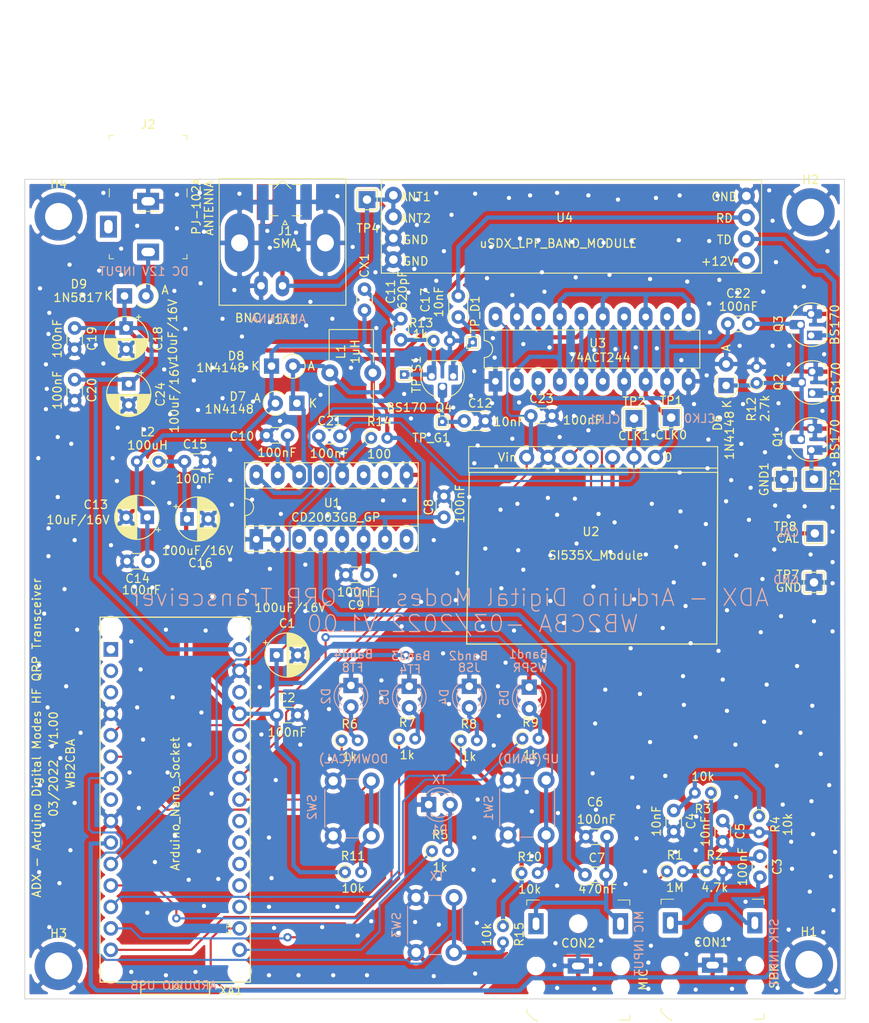
<source format=kicad_pcb>
(kicad_pcb (version 20171130) (host pcbnew "(5.1.9)-1")
  (layers (0 F.Cu signal) (31 B.Cu signal) (34 B.Paste user) (35 F.Paste user hide) (36 B.SilkS user) (37 F.SilkS user) (38 B.Mask user) (39 F.Mask user hide) (44 Edge.Cuts user))
  (net 0 "")
  (net 1 GNDPWR)
  (net 2 +5V)
  (net 3 "Net-(C6-Pad1)")
  (net 4 FSK)
  (net 5 RXA)
  (net 6 "Net-(C11-Pad2)")
  (net 7 "Net-(C11-Pad1)")
  (net 8 +12V)
  (net 9 RX)
  (net 10 RXSW)
  (net 11 RX_OSC)
  (net 12 "Net-(C21-Pad1)")
  (net 13 "Net-(D1-Pad2)")
  (net 14 "Net-(D2-Pad2)")
  (net 15 "Net-(D3-Pad2)")
  (net 16 "Net-(D4-Pad2)")
  (net 17 "Net-(D5-Pad2)")
  (net 18 "Net-(D9-Pad2)")
  (net 19 "Net-(J1-Pad1)")
  (net 20 "Net-(J2-Pad3)")
  (net 21 TD_IN)
  (net 22 +3.3V)
  (net 23 "Net-(R5-Pad1)")
  (net 24 "Net-(R6-Pad1)")
  (net 25 "Net-(R7-Pad1)")
  (net 26 "Net-(R8-Pad1)")
  (net 27 "Net-(R9-Pad1)")
  (net 28 SW1)
  (net 29 SW2)
  (net 30 "Net-(TP1-Pad1)")
  (net 31 "Net-(TP8-Pad1)")
  (net 32 "Net-(U1-Pad8)")
  (net 33 "Net-(U1-Pad13)")
  (net 34 "Net-(U1-Pad11)")
  (net 35 "Net-(U1-Pad3)")
  (net 36 "Net-(U1-Pad10)")
  (net 37 SCL)
  (net 38 SDA)
  (net 39 "Net-(XA1-PadD1)")
  (net 40 "Net-(XA1-PadD0)")
  (net 41 "Net-(XA1-PadRST1)")
  (net 42 "Net-(XA1-PadD5)")
  (net 43 "Net-(XA1-PadAREF)")
  (net 44 "Net-(XA1-PadA0)")
  (net 45 "Net-(XA1-PadA1)")
  (net 46 "Net-(XA1-PadA2)")
  (net 47 "Net-(XA1-PadA3)")
  (net 48 "Net-(XA1-PadA6)")
  (net 49 "Net-(XA1-PadA7)")
  (net 50 "Net-(XA1-PadRST2)")
  (net 51 SW3)
  (net 52 "Net-(C3-Pad2)")
  (net 53 "Net-(C3-Pad1)")
  (net 54 "Net-(C4-Pad1)")
  (net 55 "Net-(C13-Pad1)")
  (net 56 "Net-(C10-Pad2)")
  (net 57 "Net-(C17-Pad1)")
  (net 58 "Net-(C22-Pad2)")
  (net 59 "Net-(C22-Pad1)")
  (module TestPoint:TestPoint_THTPad_2.0x2.0mm_Drill1.0mm (layer F.Cu) (at 148.7 48.5)
    (fp_text reference GND1 (at -2.4 0 90) (layer F.SilkS))
    (fp_text value " ")
    (pad 1 thru_hole rect (at 0 0) (size 2 2) (drill 1) (layers *.Cu *.Mask) (net 1 GNDPWR))
  )
  (module Button_Switch_THT:SW_PUSH_6mm (layer B.Cu) (at 105.1 98 270)
    (fp_text reference SW3 (at 3.25 2.3 90) (layer B.SilkS) (effects (justify mirror)))
    (fp_text value TX (at -2.5 -2.5 180) (layer B.SilkS) (effects (justify mirror)))
    (pad 1 thru_hole circle (at 6.5 0 180) (size 2 2) (drill 1.1) (layers *.Cu *.Mask) (net 1 GNDPWR))
    (pad 2 thru_hole circle (at 6.5 -4.5 180) (size 2 2) (drill 1.1) (layers *.Cu *.Mask) (net 51 SW3))
    (pad 1 thru_hole circle (at 0 0 180) (size 2 2) (drill 1.1) (layers *.Cu *.Mask) (net 1 GNDPWR))
    (pad 2 thru_hole circle (at 0 -4.5 180) (size 2 2) (drill 1.1) (layers *.Cu *.Mask) (net 51 SW3))
  )
  (module Resistor_THT:R_Axial_DIN0204_L3.6mm_D1.6mm_P1.90mm_Vertical (layer F.Cu) (at 115.4 101.4 270)
    (fp_text reference R15 (at 0.95 -1.92 90) (layer F.SilkS))
    (fp_text value 10k (at 0.95 1.92 90) (layer F.SilkS))
    (pad 2 thru_hole oval (at 1.9 0 270) (size 1.4 1.4) (drill 0.7) (layers *.Cu *.Mask) (net 51 SW3))
    (pad 1 thru_hole circle (at 0 0 270) (size 1.4 1.4) (drill 0.7) (layers *.Cu *.Mask) (net 2 +5V))
  )
  (module TestPoint:TestPoint_THTPad_1.0x1.0mm_Drill0.5mm (layer F.Cu) (at 103.7 36.1 270)
    (fp_text reference TP_S1 (at 0 -1.448 90) (layer F.SilkS))
    (fp_text value " ")
    (pad 1 thru_hole rect (at 0 0 270) (size 1 1) (drill 0.5) (layers *.Cu *.Mask) (net 7 "Net-(C11-Pad1)"))
  )
  (module TestPoint:TestPoint_THTPad_1.0x1.0mm_Drill0.5mm (layer F.Cu) (at 108.2 41.7 180)
    (fp_text reference TP_G1 (at 1.3 -1.9) (layer F.SilkS))
    (fp_text value " ")
    (pad 1 thru_hole rect (at 0 0 180) (size 1 1) (drill 0.5) (layers *.Cu *.Mask) (net 10 RXSW))
  )
  (module TestPoint:TestPoint_THTPad_1.0x1.0mm_Drill0.5mm (layer F.Cu) (at 111.8 32.3 90)
    (fp_text reference TP_D1 (at 3.3 0.3 90) (layer F.SilkS))
    (fp_text value " ")
    (pad 1 thru_hole rect (at 0 0 90) (size 1 1) (drill 0.5) (layers *.Cu *.Mask) (net 57 "Net-(C17-Pad1)"))
  )
  (module TestPoint:TestPoint_THTPad_2.0x2.0mm_Drill1.0mm (layer F.Cu) (at 152.3 54.9)
    (fp_text reference TP8 (at -3.5 -0.8) (layer F.SilkS))
    (fp_text value CAL (at -3.2 0.6) (layer F.SilkS))
    (pad 1 thru_hole rect (at 0 0) (size 2 2) (drill 1) (layers *.Cu *.Mask) (net 31 "Net-(TP8-Pad1)"))
  )
  (module TestPoint:TestPoint_THTPad_2.0x2.0mm_Drill1.0mm (layer F.Cu) (at 152.2 60.7)
    (fp_text reference TP7 (at -3.1 -0.9) (layer F.SilkS))
    (fp_text value GND (at -3 0.6) (layer F.SilkS))
    (pad 1 thru_hole rect (at 0 0) (size 2 2) (drill 1) (layers *.Cu *.Mask) (net 1 GNDPWR))
  )
  (module TestPoint:TestPoint_THTPad_2.0x2.0mm_Drill1.0mm (layer F.Cu) (at 99.3 15.4)
    (fp_text reference TP4 (at 0.1 3.4) (layer F.SilkS))
    (fp_text value TestPoint)
    (pad 1 thru_hole rect (at 0 0) (size 2 2) (drill 1) (layers *.Cu *.Mask) (net 19 "Net-(J1-Pad1)"))
  )
  (module TestPoint:TestPoint_THTPad_2.0x2.0mm_Drill1.0mm (layer F.Cu) (at 152.2 48.5)
    (fp_text reference TP3 (at 2.5 0.2 90) (layer F.SilkS))
    (fp_text value TestPoint)
    (pad 1 thru_hole rect (at 0 0) (size 2 2) (drill 1) (layers *.Cu *.Mask) (net 21 TD_IN))
  )
  (module TestPoint:TestPoint_THTPad_2.0x2.0mm_Drill1.0mm (layer F.Cu) (at 130.9 41.3)
    (fp_text reference TP2 (at 0 -1.998) (layer F.SilkS))
    (fp_text value CLK1 (at 0 2.05) (layer F.SilkS))
    (pad 1 thru_hole rect (at 0 0) (size 2 2) (drill 1) (layers *.Cu *.Mask) (net 11 RX_OSC))
  )
  (module TestPoint:TestPoint_THTPad_2.0x2.0mm_Drill1.0mm (layer F.Cu) (at 135.3 41.2)
    (fp_text reference TP1 (at 0 -1.998) (layer F.SilkS))
    (fp_text value CLK0 (at 0 2.05) (layer F.SilkS))
    (pad 1 thru_hole rect (at 0 0) (size 2 2) (drill 1) (layers *.Cu *.Mask) (net 30 "Net-(TP1-Pad1)"))
  )
  (module Resistor_THT:R_Axial_DIN0204_L3.6mm_D1.6mm_P1.90mm_Vertical (layer F.Cu) (at 99.8 43.6)
    (fp_text reference R14 (at 0.95 -1.92) (layer F.SilkS))
    (fp_text value 100 (at 0.95 1.92) (layer F.SilkS))
    (pad 2 thru_hole oval (at 1.9 0) (size 1.4 1.4) (drill 0.7) (layers *.Cu *.Mask) (net 55 "Net-(C13-Pad1)"))
    (pad 1 thru_hole circle (at 0 0) (size 1.4 1.4) (drill 0.7) (layers *.Cu *.Mask) (net 12 "Net-(C21-Pad1)"))
  )
  (module Resistor_THT:R_Axial_DIN0204_L3.6mm_D1.6mm_P1.90mm_Vertical (layer F.Cu) (at 107.2 32.1)
    (fp_text reference R13 (at -1.5 -2.1) (layer F.SilkS))
    (fp_text value 1k (at -1.6 -0.8) (layer F.SilkS))
    (pad 2 thru_hole oval (at 1.9 0) (size 1.4 1.4) (drill 0.7) (layers *.Cu *.Mask) (net 1 GNDPWR))
    (pad 1 thru_hole circle (at 0 0) (size 1.4 1.4) (drill 0.7) (layers *.Cu *.Mask) (net 7 "Net-(C11-Pad1)"))
  )
  (module Resistor_THT:R_Axial_DIN0204_L3.6mm_D1.6mm_P1.90mm_Vertical (layer F.Cu) (at 145.4 37.1 90)
    (fp_text reference R12 (at -3.1 -0.6 90) (layer F.SilkS))
    (fp_text value 2.7k (at -3 1 90) (layer F.SilkS))
    (pad 2 thru_hole oval (at 1.9 0 90) (size 1.4 1.4) (drill 0.7) (layers *.Cu *.Mask) (net 1 GNDPWR))
    (pad 1 thru_hole circle (at 0 0 90) (size 1.4 1.4) (drill 0.7) (layers *.Cu *.Mask) (net 59 "Net-(C22-Pad1)"))
  )
  (module Resistor_THT:R_Axial_DIN0204_L3.6mm_D1.6mm_P1.90mm_Vertical (layer F.Cu) (at 96.7 95)
    (fp_text reference R11 (at 0.95 -1.92) (layer F.SilkS))
    (fp_text value 10k (at 0.95 1.92) (layer F.SilkS))
    (pad 2 thru_hole oval (at 1.9 0) (size 1.4 1.4) (drill 0.7) (layers *.Cu *.Mask) (net 29 SW2))
    (pad 1 thru_hole circle (at 0 0) (size 1.4 1.4) (drill 0.7) (layers *.Cu *.Mask) (net 2 +5V))
  )
  (module Resistor_THT:R_Axial_DIN0204_L3.6mm_D1.6mm_P1.90mm_Vertical (layer F.Cu) (at 117.6 95.1)
    (fp_text reference R10 (at 0.95 -1.92) (layer F.SilkS))
    (fp_text value 10k (at 0.95 1.92) (layer F.SilkS))
    (pad 2 thru_hole oval (at 1.9 0) (size 1.4 1.4) (drill 0.7) (layers *.Cu *.Mask) (net 28 SW1))
    (pad 1 thru_hole circle (at 0 0) (size 1.4 1.4) (drill 0.7) (layers *.Cu *.Mask) (net 2 +5V))
  )
  (module Resistor_THT:R_Axial_DIN0204_L3.6mm_D1.6mm_P1.90mm_Vertical (layer F.Cu) (at 117.7 79.2)
    (fp_text reference R9 (at 0.95 -1.92) (layer F.SilkS))
    (fp_text value 1k (at 0.95 1.92) (layer F.SilkS))
    (pad 2 thru_hole oval (at 1.9 0) (size 1.4 1.4) (drill 0.7) (layers *.Cu *.Mask) (net 17 "Net-(D5-Pad2)"))
    (pad 1 thru_hole circle (at 0 0) (size 1.4 1.4) (drill 0.7) (layers *.Cu *.Mask) (net 27 "Net-(R9-Pad1)"))
  )
  (module Resistor_THT:R_Axial_DIN0204_L3.6mm_D1.6mm_P1.90mm_Vertical (layer F.Cu) (at 110.4 79.4)
    (fp_text reference R8 (at 0.95 -1.92) (layer F.SilkS))
    (fp_text value 1k (at 0.95 1.92) (layer F.SilkS))
    (pad 2 thru_hole oval (at 1.9 0) (size 1.4 1.4) (drill 0.7) (layers *.Cu *.Mask) (net 16 "Net-(D4-Pad2)"))
    (pad 1 thru_hole circle (at 0 0) (size 1.4 1.4) (drill 0.7) (layers *.Cu *.Mask) (net 26 "Net-(R8-Pad1)"))
  )
  (module Resistor_THT:R_Axial_DIN0204_L3.6mm_D1.6mm_P1.90mm_Vertical (layer F.Cu) (at 103.1 79.2)
    (fp_text reference R7 (at 0.95 -1.92) (layer F.SilkS))
    (fp_text value 1k (at 0.95 1.92) (layer F.SilkS))
    (pad 2 thru_hole oval (at 1.9 0) (size 1.4 1.4) (drill 0.7) (layers *.Cu *.Mask) (net 15 "Net-(D3-Pad2)"))
    (pad 1 thru_hole circle (at 0 0) (size 1.4 1.4) (drill 0.7) (layers *.Cu *.Mask) (net 25 "Net-(R7-Pad1)"))
  )
  (module Resistor_THT:R_Axial_DIN0204_L3.6mm_D1.6mm_P1.90mm_Vertical (layer F.Cu) (at 96.3 79.4)
    (fp_text reference R6 (at 0.95 -1.92) (layer F.SilkS))
    (fp_text value 1k (at 0.95 1.92) (layer F.SilkS))
    (pad 2 thru_hole oval (at 1.9 0) (size 1.4 1.4) (drill 0.7) (layers *.Cu *.Mask) (net 14 "Net-(D2-Pad2)"))
    (pad 1 thru_hole circle (at 0 0) (size 1.4 1.4) (drill 0.7) (layers *.Cu *.Mask) (net 24 "Net-(R6-Pad1)"))
  )
  (module Resistor_THT:R_Axial_DIN0204_L3.6mm_D1.6mm_P1.90mm_Vertical (layer F.Cu) (at 107 92.5)
    (fp_text reference R5 (at 0.95 -1.92) (layer F.SilkS))
    (fp_text value 1k (at 0.95 1.92) (layer F.SilkS))
    (pad 2 thru_hole oval (at 1.9 0) (size 1.4 1.4) (drill 0.7) (layers *.Cu *.Mask) (net 13 "Net-(D1-Pad2)"))
    (pad 1 thru_hole circle (at 0 0) (size 1.4 1.4) (drill 0.7) (layers *.Cu *.Mask) (net 23 "Net-(R5-Pad1)"))
  )
  (module Resistor_THT:R_Axial_DIN0204_L3.6mm_D1.6mm_P1.90mm_Vertical (layer F.Cu) (at 145.7 88.4 270)
    (fp_text reference R4 (at 0.95 -1.92 90) (layer F.SilkS))
    (fp_text value 10k (at 0.95 -3.4 90) (layer F.SilkS))
    (pad 2 thru_hole oval (at 1.9 0 270) (size 1.4 1.4) (drill 0.7) (layers *.Cu *.Mask) (net 4 FSK))
    (pad 1 thru_hole circle (at 0 0 270) (size 1.4 1.4) (drill 0.7) (layers *.Cu *.Mask) (net 54 "Net-(C4-Pad1)"))
  )
  (module Resistor_THT:R_Axial_DIN0204_L3.6mm_D1.6mm_P1.90mm_Vertical (layer F.Cu) (at 140 85.6 180)
    (fp_text reference R3 (at 0.95 -1.92) (layer F.SilkS))
    (fp_text value 10k (at 0.95 1.92) (layer F.SilkS))
    (pad 2 thru_hole oval (at 1.9 0 180) (size 1.4 1.4) (drill 0.7) (layers *.Cu *.Mask) (net 54 "Net-(C4-Pad1)"))
    (pad 1 thru_hole circle (at 0 0 180) (size 1.4 1.4) (drill 0.7) (layers *.Cu *.Mask) (net 53 "Net-(C3-Pad1)"))
  )
  (module Resistor_THT:R_Axial_DIN0204_L3.6mm_D1.6mm_P1.90mm_Vertical (layer F.Cu) (at 139.5 94.9)
    (fp_text reference R2 (at 0.95 -1.92) (layer F.SilkS))
    (fp_text value 4.7k (at 0.95 1.92) (layer F.SilkS))
    (pad 2 thru_hole oval (at 1.9 0) (size 1.4 1.4) (drill 0.7) (layers *.Cu *.Mask) (net 1 GNDPWR))
    (pad 1 thru_hole circle (at 0 0) (size 1.4 1.4) (drill 0.7) (layers *.Cu *.Mask) (net 53 "Net-(C3-Pad1)"))
  )
  (module Resistor_THT:R_Axial_DIN0204_L3.6mm_D1.6mm_P1.90mm_Vertical (layer F.Cu) (at 134.8 94.9)
    (fp_text reference R1 (at 0.95 -1.92) (layer F.SilkS))
    (fp_text value 1M (at 0.95 1.92) (layer F.SilkS))
    (pad 2 thru_hole oval (at 1.9 0) (size 1.4 1.4) (drill 0.7) (layers *.Cu *.Mask) (net 53 "Net-(C3-Pad1)"))
    (pad 1 thru_hole circle (at 0 0) (size 1.4 1.4) (drill 0.7) (layers *.Cu *.Mask) (net 22 +3.3V))
  )
  (module Inductor_THT:L_Toroid_Vertical_L10.0mm_W5.0mm_P5.08mm (layer F.Cu) (at 94.9 35.9 90)
    (fp_text reference L1 (at 2.5 1.3 90) (layer F.SilkS))
    (fp_text value 1uH (at 2.5 3 90) (layer F.SilkS))
    (pad 2 thru_hole circle (at 0 5.08 90) (size 2 2) (drill 1) (layers *.Cu *.Mask) (net 55 "Net-(C13-Pad1)"))
    (pad 1 thru_hole circle (at 0 0 90) (size 2 2) (drill 1) (layers *.Cu *.Mask) (net 6 "Net-(C11-Pad2)"))
  )
  (module Resistor_THT:R_Axial_DIN0204_L3.6mm_D1.6mm_P2.54mm_Vertical (layer F.Cu) (at 74.6 46.4 180)
    (fp_text reference L2 (at 1.27 3.5) (layer F.SilkS))
    (fp_text value 100uH (at 1.27 1.92) (layer F.SilkS))
    (pad 2 thru_hole oval (at 2.54 0 180) (size 1.4 1.4) (drill 0.7) (layers *.Cu *.Mask) (net 55 "Net-(C13-Pad1)"))
    (pad 1 thru_hole circle (at 0 0 180) (size 1.4 1.4) (drill 0.7) (layers *.Cu *.Mask) (net 2 +5V))
  )
  (module Diode_THT:D_A-405_P2.54mm_Vertical_KathodeUp (layer F.Cu) (at 70.6 26.8)
    (fp_text reference D9 (at -5.4 -1.4) (layer F.SilkS))
    (fp_text value 1N5817 (at -5.5 0.2) (layer F.SilkS))
    (fp_text user K (at -1.9 0) (layer F.SilkS))
    (pad 2 thru_hole oval (at 2.54 0) (size 1.8 1.8) (drill 0.9) (layers *.Cu *.Mask) (net 18 "Net-(D9-Pad2)"))
    (pad 1 thru_hole rect (at 0 0) (size 1.8 1.8) (drill 0.9) (layers *.Cu *.Mask) (net 8 +12V))
  )
  (module Diode_THT:D_A-405_P2.54mm_Vertical_KathodeUp (layer F.Cu) (at 88 35.1)
    (fp_text reference D8 (at -4.2 -1.2) (layer F.SilkS))
    (fp_text value 1N4148 (at -5 5.1) (layer F.SilkS))
    (fp_text user K (at -1.9 0) (layer F.SilkS))
    (pad 2 thru_hole oval (at 2.54 0) (size 1.8 1.8) (drill 0.9) (layers *.Cu *.Mask) (net 6 "Net-(C11-Pad2)"))
    (pad 1 thru_hole rect (at 0 0) (size 1.8 1.8) (drill 0.9) (layers *.Cu *.Mask) (net 55 "Net-(C13-Pad1)"))
  )
  (module Diode_THT:D_A-405_P2.54mm_Vertical_KathodeUp (layer F.Cu) (at 91 39.5 180)
    (fp_text reference D7 (at 7 0.8) (layer F.SilkS))
    (fp_text value 1N4148 (at 9 4.2) (layer F.SilkS))
    (fp_text user K (at -1.9 0) (layer F.SilkS))
    (pad 2 thru_hole oval (at 2.54 0 180) (size 1.8 1.8) (drill 0.9) (layers *.Cu *.Mask) (net 55 "Net-(C13-Pad1)"))
    (pad 1 thru_hole rect (at 0 0 180) (size 1.8 1.8) (drill 0.9) (layers *.Cu *.Mask) (net 6 "Net-(C11-Pad2)"))
  )
  (module Diode_THT:D_A-405_P2.54mm_Vertical_AnodeUp (layer F.Cu) (at 141.8 37.4 90)
    (fp_text reference D6 (at -4.4 -1 90) (layer F.SilkS))
    (fp_text value 1N4148 (at -5.9 0.4 90) (layer F.SilkS))
    (fp_text user A (at 4.44 0 90) (layer F.SilkS))
    (pad 2 thru_hole oval (at 2.54 0 90) (size 1.8 1.8) (drill 0.9) (layers *.Cu *.Mask) (net 1 GNDPWR))
    (pad 1 thru_hole rect (at 0 0 90) (size 1.8 1.8) (drill 0.9) (layers *.Cu *.Mask) (net 59 "Net-(C22-Pad1)"))
  )
  (module Capacitor_THT:C_Disc_D3.0mm_W1.6mm_P2.50mm (layer F.Cu) (at 99 26 270)
    (fp_text reference CX1 (at -2.8 0 90) (layer F.SilkS))
    (fp_text value "  ")
    (pad 2 thru_hole circle (at 2.5 0 270) (size 1.6 1.6) (drill 0.8) (layers *.Cu *.Mask) (net 55 "Net-(C13-Pad1)"))
    (pad 1 thru_hole circle (at 0 0 270) (size 1.6 1.6) (drill 0.8) (layers *.Cu *.Mask) (net 6 "Net-(C11-Pad2)"))
  )
  (module Capacitor_THT:CP_Radial_D5.0mm_P2.50mm (layer F.Cu) (at 78 53.2)
    (fp_text reference C16 (at 1.6 5.2) (layer F.SilkS))
    (fp_text value 100uF/16V (at 1.25 3.75) (layer F.SilkS))
    (pad 2 thru_hole circle (at 2.5 0) (size 1.6 1.6) (drill 0.8) (layers *.Cu *.Mask) (net 1 GNDPWR))
    (pad 1 thru_hole rect (at 0 0) (size 1.6 1.6) (drill 0.8) (layers *.Cu *.Mask) (net 2 +5V))
  )
  (module Capacitor_THT:C_Disc_D3.0mm_W1.6mm_P2.50mm (layer F.Cu) (at 77.7 46.4)
    (fp_text reference C15 (at 1.25 -2.05) (layer F.SilkS))
    (fp_text value 100nF (at 1.25 2.05) (layer F.SilkS))
    (pad 2 thru_hole circle (at 2.5 0) (size 1.6 1.6) (drill 0.8) (layers *.Cu *.Mask) (net 1 GNDPWR))
    (pad 1 thru_hole circle (at 0 0) (size 1.6 1.6) (drill 0.8) (layers *.Cu *.Mask) (net 2 +5V))
  )
  (module Capacitor_THT:C_Disc_D3.0mm_W1.6mm_P2.50mm (layer F.Cu) (at 73.4 58.2 180)
    (fp_text reference C14 (at 1.25 -2.05) (layer F.SilkS))
    (fp_text value 100nF (at 0.8 -3.4) (layer F.SilkS))
    (pad 2 thru_hole circle (at 2.5 0 180) (size 1.6 1.6) (drill 0.8) (layers *.Cu *.Mask) (net 1 GNDPWR))
    (pad 1 thru_hole circle (at 0 0 180) (size 1.6 1.6) (drill 0.8) (layers *.Cu *.Mask) (net 55 "Net-(C13-Pad1)"))
  )
  (module Capacitor_THT:CP_Radial_D5.0mm_P2.50mm (layer F.Cu) (at 73.3 53 180)
    (fp_text reference C13 (at 6.1 1.5) (layer F.SilkS))
    (fp_text value 10uF/16V (at 8.2 -0.3) (layer F.SilkS))
    (pad 2 thru_hole circle (at 2.5 0 180) (size 1.6 1.6) (drill 0.8) (layers *.Cu *.Mask) (net 1 GNDPWR))
    (pad 1 thru_hole rect (at 0 0 180) (size 1.6 1.6) (drill 0.8) (layers *.Cu *.Mask) (net 55 "Net-(C13-Pad1)"))
  )
  (module Capacitor_THT:C_Disc_D3.0mm_W1.6mm_P2.50mm (layer F.Cu) (at 96.8 59.8)
    (fp_text reference C9 (at 1.2 3.6) (layer F.SilkS))
    (fp_text value 100nF (at 1.25 2.05) (layer F.SilkS))
    (pad 2 thru_hole circle (at 2.5 0) (size 1.6 1.6) (drill 0.8) (layers *.Cu *.Mask) (net 55 "Net-(C13-Pad1)"))
    (pad 1 thru_hole circle (at 0 0) (size 1.6 1.6) (drill 0.8) (layers *.Cu *.Mask) (net 1 GNDPWR))
  )
  (module Capacitor_THT:C_Disc_D3.0mm_W1.6mm_P2.50mm (layer F.Cu) (at 93.6 43.4)
    (fp_text reference C21 (at 1.3 -1.8) (layer F.SilkS))
    (fp_text value 100nF (at 1.25 2.05) (layer F.SilkS))
    (pad 2 thru_hole circle (at 2.5 0) (size 1.6 1.6) (drill 0.8) (layers *.Cu *.Mask) (net 11 RX_OSC))
    (pad 1 thru_hole circle (at 0 0) (size 1.6 1.6) (drill 0.8) (layers *.Cu *.Mask) (net 12 "Net-(C21-Pad1)"))
  )
  (module Capacitor_THT:C_Disc_D3.0mm_W1.6mm_P2.50mm (layer F.Cu) (at 108.4 50.5 270)
    (fp_text reference C8 (at 1.3 1.8 90) (layer F.SilkS))
    (fp_text value 100nF (at 0.9 -1.9 90) (layer F.SilkS))
    (pad 2 thru_hole circle (at 2.5 0 270) (size 1.6 1.6) (drill 0.8) (layers *.Cu *.Mask) (net 55 "Net-(C13-Pad1)"))
    (pad 1 thru_hole circle (at 0 0 270) (size 1.6 1.6) (drill 0.8) (layers *.Cu *.Mask) (net 1 GNDPWR))
  )
  (module Capacitor_THT:C_Disc_D3.0mm_W1.6mm_P2.50mm (layer F.Cu) (at 87.4 43.3)
    (fp_text reference C10 (at -2.9 0.1) (layer F.SilkS))
    (fp_text value 100nF (at 1.25 2.05) (layer F.SilkS))
    (pad 2 thru_hole circle (at 2.5 0) (size 1.6 1.6) (drill 0.8) (layers *.Cu *.Mask) (net 56 "Net-(C10-Pad2)"))
    (pad 1 thru_hole circle (at 0 0) (size 1.6 1.6) (drill 0.8) (layers *.Cu *.Mask) (net 1 GNDPWR))
  )
  (module Capacitor_THT:C_Disc_D3.0mm_W1.6mm_P2.50mm (layer F.Cu) (at 103.3 32 90)
    (fp_text reference C11 (at 5.7 -1.2 90) (layer F.SilkS))
    (fp_text value 620pF (at 5.9 0.2 90) (layer F.SilkS))
    (pad 2 thru_hole circle (at 2.5 0 90) (size 1.6 1.6) (drill 0.8) (layers *.Cu *.Mask) (net 6 "Net-(C11-Pad2)"))
    (pad 1 thru_hole circle (at 0 0 90) (size 1.6 1.6) (drill 0.8) (layers *.Cu *.Mask) (net 7 "Net-(C11-Pad1)"))
  )
  (module Capacitor_THT:C_Disc_D3.0mm_W2.0mm_P2.50mm (layer F.Cu) (at 110.8 41.6)
    (fp_text reference C12 (at 1.9 -2.1) (layer F.SilkS))
    (fp_text value 10nF (at 5.3 0.1) (layer F.SilkS))
    (pad 2 thru_hole circle (at 2.5 0) (size 1.6 1.6) (drill 0.8) (layers *.Cu *.Mask) (net 1 GNDPWR))
    (pad 1 thru_hole circle (at 0 0) (size 1.6 1.6) (drill 0.8) (layers *.Cu *.Mask) (net 10 RXSW))
  )
  (module Capacitor_THT:C_Disc_D3.0mm_W2.0mm_P2.50mm (layer F.Cu) (at 110.1 29.3 90)
    (fp_text reference C17 (at 2 -3.9 90) (layer F.SilkS))
    (fp_text value 10nF (at 1.8 -2.3 90) (layer F.SilkS))
    (pad 2 thru_hole circle (at 2.5 0 90) (size 1.6 1.6) (drill 0.8) (layers *.Cu *.Mask) (net 9 RX))
    (pad 1 thru_hole circle (at 0 0 90) (size 1.6 1.6) (drill 0.8) (layers *.Cu *.Mask) (net 57 "Net-(C17-Pad1)"))
  )
  (module Capacitor_THT:CP_Radial_D5.0mm_P2.50mm (layer F.Cu) (at 71.1 37.2 270)
    (fp_text reference C24 (at 1.25 -3.75 90) (layer F.SilkS))
    (fp_text value 100uF/16V (at 1.6 -5.4 90) (layer F.SilkS))
    (pad 2 thru_hole circle (at 2.5 0 270) (size 1.6 1.6) (drill 0.8) (layers *.Cu *.Mask) (net 1 GNDPWR))
    (pad 1 thru_hole rect (at 0 0 270) (size 1.6 1.6) (drill 0.8) (layers *.Cu *.Mask) (net 8 +12V))
  )
  (module Capacitor_THT:C_Disc_D3.0mm_W1.6mm_P2.50mm (layer F.Cu) (at 64.7 36.7 270)
    (fp_text reference C20 (at 1.25 -2.05 90) (layer F.SilkS))
    (fp_text value 100nF (at 1.25 2.05 90) (layer F.SilkS))
    (pad 2 thru_hole circle (at 2.5 0 270) (size 1.6 1.6) (drill 0.8) (layers *.Cu *.Mask) (net 1 GNDPWR))
    (pad 1 thru_hole circle (at 0 0 270) (size 1.6 1.6) (drill 0.8) (layers *.Cu *.Mask) (net 8 +12V))
  )
  (module Capacitor_THT:C_Disc_D3.0mm_W1.6mm_P2.50mm (layer F.Cu) (at 64.7 30.6 270)
    (fp_text reference C19 (at 1.25 -2.05 90) (layer F.SilkS))
    (fp_text value 100nF (at 1.25 2.05 90) (layer F.SilkS))
    (pad 2 thru_hole circle (at 2.5 0 270) (size 1.6 1.6) (drill 0.8) (layers *.Cu *.Mask) (net 1 GNDPWR))
    (pad 1 thru_hole circle (at 0 0 270) (size 1.6 1.6) (drill 0.8) (layers *.Cu *.Mask) (net 8 +12V))
  )
  (module Capacitor_THT:CP_Radial_D5.0mm_P2.50mm (layer F.Cu) (at 70.8 30.6 270)
    (fp_text reference C18 (at 1.25 -3.75 90) (layer F.SilkS))
    (fp_text value 10uF/16V (at 0.3 -5.5 90) (layer F.SilkS))
    (pad 2 thru_hole circle (at 2.5 0 270) (size 1.6 1.6) (drill 0.8) (layers *.Cu *.Mask) (net 1 GNDPWR))
    (pad 1 thru_hole rect (at 0 0 270) (size 1.6 1.6) (drill 0.8) (layers *.Cu *.Mask) (net 8 +12V))
  )
  (module Capacitor_THT:C_Disc_D3.0mm_W1.6mm_P2.50mm (layer F.Cu) (at 144.5 30.1 180)
    (fp_text reference C22 (at 1.25 3.6) (layer F.SilkS))
    (fp_text value 100nF (at 1.25 2.05) (layer F.SilkS))
    (pad 2 thru_hole circle (at 2.5 0 180) (size 1.6 1.6) (drill 0.8) (layers *.Cu *.Mask) (net 58 "Net-(C22-Pad2)"))
    (pad 1 thru_hole circle (at 0 0 180) (size 1.6 1.6) (drill 0.8) (layers *.Cu *.Mask) (net 59 "Net-(C22-Pad1)"))
  )
  (module Capacitor_THT:C_Disc_D3.0mm_W1.6mm_P2.50mm (layer F.Cu) (at 118.7 41)
    (fp_text reference C23 (at 1.25 -2.05) (layer F.SilkS))
    (fp_text value 100nF (at 6.1 0.5) (layer F.SilkS))
    (pad 2 thru_hole circle (at 2.5 0) (size 1.6 1.6) (drill 0.8) (layers *.Cu *.Mask) (net 1 GNDPWR))
    (pad 1 thru_hole circle (at 0 0) (size 1.6 1.6) (drill 0.8) (layers *.Cu *.Mask) (net 2 +5V))
  )
  (module Capacitor_THT:C_Disc_D3.0mm_W1.6mm_P2.50mm (layer F.Cu) (at 127.6 95.3 180)
    (fp_text reference C7 (at 1.1 2) (layer F.SilkS))
    (fp_text value 470nF (at 1 -1.7) (layer F.SilkS))
    (pad 2 thru_hole circle (at 2.5 0 180) (size 1.6 1.6) (drill 0.8) (layers *.Cu *.Mask) (net 5 RXA))
    (pad 1 thru_hole circle (at 0 0 180) (size 1.6 1.6) (drill 0.8) (layers *.Cu *.Mask) (net 3 "Net-(C6-Pad1)"))
  )
  (module Capacitor_THT:C_Disc_D3.0mm_W1.6mm_P2.50mm (layer F.Cu) (at 127.7 90.8 180)
    (fp_text reference C6 (at 1.4 4.1) (layer F.SilkS))
    (fp_text value 100nF (at 1.25 2.05) (layer F.SilkS))
    (pad 2 thru_hole circle (at 2.5 0 180) (size 1.6 1.6) (drill 0.8) (layers *.Cu *.Mask) (net 1 GNDPWR))
    (pad 1 thru_hole circle (at 0 0 180) (size 1.6 1.6) (drill 0.8) (layers *.Cu *.Mask) (net 3 "Net-(C6-Pad1)"))
  )
  (module Capacitor_THT:C_Disc_D3.0mm_W1.6mm_P2.50mm (layer F.Cu) (at 141.4 88.9 270)
    (fp_text reference C5 (at 1.25 -2.05 90) (layer F.SilkS))
    (fp_text value 10nF (at 1.25 2.05 90) (layer F.SilkS))
    (pad 2 thru_hole circle (at 2.5 0 270) (size 1.6 1.6) (drill 0.8) (layers *.Cu *.Mask) (net 1 GNDPWR))
    (pad 1 thru_hole circle (at 0 0 270) (size 1.6 1.6) (drill 0.8) (layers *.Cu *.Mask) (net 4 FSK))
  )
  (module Capacitor_THT:C_Disc_D3.0mm_W1.6mm_P2.50mm (layer F.Cu) (at 135.6 87.7 270)
    (fp_text reference C4 (at 1.25 -2.05 90) (layer F.SilkS))
    (fp_text value 10nF (at 1.25 2.05 90) (layer F.SilkS))
    (pad 2 thru_hole circle (at 2.5 0 270) (size 1.6 1.6) (drill 0.8) (layers *.Cu *.Mask) (net 1 GNDPWR))
    (pad 1 thru_hole circle (at 0 0 270) (size 1.6 1.6) (drill 0.8) (layers *.Cu *.Mask) (net 54 "Net-(C4-Pad1)"))
  )
  (module Capacitor_THT:C_Disc_D3.0mm_W1.6mm_P2.50mm (layer F.Cu) (at 145.8 93.1 270)
    (fp_text reference C3 (at 1.25 -2.05 90) (layer F.SilkS))
    (fp_text value 100nF (at 1.25 2.05 90) (layer F.SilkS))
    (pad 2 thru_hole circle (at 2.5 0 270) (size 1.6 1.6) (drill 0.8) (layers *.Cu *.Mask) (net 52 "Net-(C3-Pad2)"))
    (pad 1 thru_hole circle (at 0 0 270) (size 1.6 1.6) (drill 0.8) (layers *.Cu *.Mask) (net 53 "Net-(C3-Pad1)"))
  )
  (module Capacitor_THT:C_Disc_D3.0mm_W1.6mm_P2.50mm (layer F.Cu) (at 88.6 76.4)
    (fp_text reference C2 (at 1.25 -2.05) (layer F.SilkS))
    (fp_text value 100nF (at 1.25 2.05) (layer F.SilkS))
    (pad 2 thru_hole circle (at 2.5 0) (size 1.6 1.6) (drill 0.8) (layers *.Cu *.Mask) (net 1 GNDPWR))
    (pad 1 thru_hole circle (at 0 0) (size 1.6 1.6) (drill 0.8) (layers *.Cu *.Mask) (net 2 +5V))
  )
  (module Capacitor_THT:CP_Radial_D5.0mm_P2.50mm (layer F.Cu) (at 88.6 69.3)
    (fp_text reference C1 (at 1.25 -3.75) (layer F.SilkS))
    (fp_text value 100uF/16V (at 1.6 -5.6) (layer F.SilkS))
    (pad 2 thru_hole circle (at 2.5 0) (size 1.6 1.6) (drill 0.8) (layers *.Cu *.Mask) (net 1 GNDPWR))
    (pad 1 thru_hole rect (at 0 0) (size 1.6 1.6) (drill 0.8) (layers *.Cu *.Mask) (net 2 +5V))
  )
  (module Arduino:Arduino_Nano_Socket (layer F.Cu) (at 76.6 108)
    (fp_text reference XA1 (at 6.604 1.016) (layer F.SilkS))
    (fp_text value Arduino_Nano_Socket (at 0 -21.082 90) (layer F.SilkS))
    (fp_text user 3.3V (at 6.35 -6.35 90) (layer F.SilkS) (effects (font (size 0.5 0.5) (thickness 0.075))))
    (fp_text user USB (at 0 0.635) (layer F.SilkS) (effects (font (size 0.5 0.5) (thickness 0.075))))
    (pad "" np_thru_hole circle (at 7.62 -1.27) (size 1.85 1.85) (drill 1.85) (layers *.Cu *.Mask))
    (pad "" np_thru_hole circle (at -7.62 -1.27) (size 1.85 1.85) (drill 1.85) (layers *.Cu *.Mask))
    (pad "" np_thru_hole circle (at 7.62 -41.91) (size 1.85 1.85) (drill 1.85) (layers *.Cu *.Mask))
    (pad "" np_thru_hole circle (at -7.62 -41.91) (size 1.85 1.85) (drill 1.85) (layers *.Cu *.Mask))
    (pad D1 thru_hole rect (at -7.62 -39.37) (size 1.7272 1.7272) (drill 1.016) (layers *.Cu *.Mask) (net 39 "Net-(XA1-PadD1)"))
    (pad D0 thru_hole circle (at -7.62 -36.83) (size 1.7272 1.7272) (drill 1.016) (layers *.Cu *.Mask) (net 40 "Net-(XA1-PadD0)"))
    (pad RST1 thru_hole circle (at -7.62 -34.29) (size 1.7272 1.7272) (drill 1.016) (layers *.Cu *.Mask) (net 41 "Net-(XA1-PadRST1)"))
    (pad GND1 thru_hole circle (at -7.62 -31.75) (size 1.7272 1.7272) (drill 1.016) (layers *.Cu *.Mask) (net 1 GNDPWR))
    (pad D2 thru_hole circle (at -7.62 -29.21) (size 1.7272 1.7272) (drill 1.016) (layers *.Cu *.Mask) (net 28 SW1))
    (pad D3 thru_hole circle (at -7.62 -26.67) (size 1.7272 1.7272) (drill 1.016) (layers *.Cu *.Mask) (net 29 SW2))
    (pad D4 thru_hole circle (at -7.62 -24.13) (size 1.7272 1.7272) (drill 1.016) (layers *.Cu *.Mask) (net 51 SW3))
    (pad D5 thru_hole circle (at -7.62 -21.59) (size 1.7272 1.7272) (drill 1.016) (layers *.Cu *.Mask) (net 42 "Net-(XA1-PadD5)"))
    (pad D6 thru_hole circle (at -7.62 -19.05) (size 1.7272 1.7272) (drill 1.016) (layers *.Cu *.Mask) (net 1 GNDPWR))
    (pad D7 thru_hole circle (at -7.62 -16.51) (size 1.7272 1.7272) (drill 1.016) (layers *.Cu *.Mask) (net 4 FSK))
    (pad D8 thru_hole circle (at -7.62 -13.97) (size 1.7272 1.7272) (drill 1.016) (layers *.Cu *.Mask) (net 10 RXSW))
    (pad D9 thru_hole circle (at -7.62 -11.43) (size 1.7272 1.7272) (drill 1.016) (layers *.Cu *.Mask) (net 27 "Net-(R9-Pad1)"))
    (pad D10 thru_hole circle (at -7.62 -8.89) (size 1.7272 1.7272) (drill 1.016) (layers *.Cu *.Mask) (net 26 "Net-(R8-Pad1)"))
    (pad D11 thru_hole circle (at -7.62 -6.35) (size 1.7272 1.7272) (drill 1.016) (layers *.Cu *.Mask) (net 25 "Net-(R7-Pad1)"))
    (pad D12 thru_hole circle (at -7.62 -3.81) (size 1.7272 1.7272) (drill 1.016) (layers *.Cu *.Mask) (net 24 "Net-(R6-Pad1)"))
    (pad D13 thru_hole circle (at 7.62 -3.81) (size 1.7272 1.7272) (drill 1.016) (layers *.Cu *.Mask) (net 23 "Net-(R5-Pad1)"))
    (pad 3V3 thru_hole circle (at 7.62 -6.35) (size 1.7272 1.7272) (drill 1.016) (layers *.Cu *.Mask) (net 22 +3.3V))
    (pad AREF thru_hole circle (at 7.62 -8.89) (size 1.7272 1.7272) (drill 1.016) (layers *.Cu *.Mask) (net 43 "Net-(XA1-PadAREF)"))
    (pad A0 thru_hole circle (at 7.62 -11.43) (size 1.7272 1.7272) (drill 1.016) (layers *.Cu *.Mask) (net 44 "Net-(XA1-PadA0)"))
    (pad A1 thru_hole circle (at 7.62 -13.97) (size 1.7272 1.7272) (drill 1.016) (layers *.Cu *.Mask) (net 45 "Net-(XA1-PadA1)"))
    (pad A2 thru_hole circle (at 7.62 -16.51) (size 1.7272 1.7272) (drill 1.016) (layers *.Cu *.Mask) (net 46 "Net-(XA1-PadA2)"))
    (pad A3 thru_hole circle (at 7.62 -19.05) (size 1.7272 1.7272) (drill 1.016) (layers *.Cu *.Mask) (net 47 "Net-(XA1-PadA3)"))
    (pad A4 thru_hole circle (at 7.62 -21.59) (size 1.7272 1.7272) (drill 1.016) (layers *.Cu *.Mask) (net 38 SDA))
    (pad A5 thru_hole circle (at 7.62 -24.13) (size 1.7272 1.7272) (drill 1.016) (layers *.Cu *.Mask) (net 37 SCL))
    (pad A6 thru_hole circle (at 7.62 -26.67) (size 1.7272 1.7272) (drill 1.016) (layers *.Cu *.Mask) (net 48 "Net-(XA1-PadA6)"))
    (pad A7 thru_hole circle (at 7.62 -29.21) (size 1.7272 1.7272) (drill 1.016) (layers *.Cu *.Mask) (net 49 "Net-(XA1-PadA7)"))
    (pad 5V thru_hole circle (at 7.62 -31.75) (size 1.7272 1.7272) (drill 1.016) (layers *.Cu *.Mask) (net 2 +5V))
    (pad RST2 thru_hole circle (at 7.62 -34.29) (size 1.7272 1.7272) (drill 1.016) (layers *.Cu *.Mask) (net 50 "Net-(XA1-PadRST2)"))
    (pad GND2 thru_hole circle (at 7.62 -36.83) (size 1.7272 1.7272) (drill 1.016) (layers *.Cu *.Mask) (net 1 GNDPWR))
    (pad VIN thru_hole circle (at 7.62 -39.37) (size 1.7272 1.7272) (drill 1.016) (layers *.Cu *.Mask) (net 8 +12V))
  )
  (module uSDX_LPF_BAND_MODULE:uSDX_LPF_Band_Module (layer F.Cu) (at 147 56.1 180)
    (fp_text reference U4 (at 24.308 38.56 180) (layer F.SilkS))
    (fp_text value uSDX_LPF_BAND_MODULE (at 25.07 35.512 180) (layer F.SilkS))
    (fp_text user ANT1 (at 41.95 41.02 180) (layer F.SilkS))
    (fp_text user ANT2 (at 41.95 38.48 180) (layer F.SilkS))
    (fp_text user GND (at 41.95 35.94 180) (layer F.SilkS))
    (fp_text user GND (at 41.95 33.4 180) (layer F.SilkS))
    (fp_text user +12V (at 6.17 33.39 180) (layer F.SilkS))
    (fp_text user TD (at 5.41 35.95 180) (layer F.SilkS))
    (fp_text user RD (at 5.41 38.49 180) (layer F.SilkS))
    (fp_text user GND (at 5.41 41.03 180) (layer F.SilkS))
    (pad 8 thru_hole circle (at 44.58 33.6) (size 2 2) (drill 1.016) (layers *.Cu *.Mask) (net 1 GNDPWR))
    (pad 7 thru_hole circle (at 44.58 36.14) (size 2 2) (drill 1.016) (layers *.Cu *.Mask) (net 1 GNDPWR))
    (pad 6 thru_hole circle (at 44.58 38.68) (size 2 2) (drill 1.016) (layers *.Cu *.Mask) (net 19 "Net-(J1-Pad1)"))
    (pad 5 thru_hole circle (at 44.58 41.22) (size 2 2) (drill 1.016) (layers *.Cu *.Mask) (net 19 "Net-(J1-Pad1)"))
    (pad 1 thru_hole circle (at 2.8 33.5) (size 2 2) (drill 1.016) (layers *.Cu *.Mask) (net 8 +12V))
    (pad 2 thru_hole circle (at 2.8 36.04) (size 2 2) (drill 1.016) (layers *.Cu *.Mask) (net 21 TD_IN))
    (pad 3 thru_hole circle (at 2.8 38.58) (size 2 2) (drill 1.016) (layers *.Cu *.Mask) (net 9 RX))
    (pad 4 thru_hole circle (at 2.8 41.12) (size 2 2) (drill 1.016) (layers *.Cu *.Mask) (net 1 GNDPWR))
  )
  (module Package_DIP:DIP-20_W7.62mm_LongPads (layer F.Cu) (at 114.5 36.9 90)
    (fp_text reference U3 (at 4.5 12.1 180) (layer F.SilkS))
    (fp_text value 74ACT244 (at 2.8 12.3 180) (layer F.SilkS))
    (pad 20 thru_hole oval (at 7.62 0 90) (size 2.4 1.6) (drill 0.8) (layers *.Cu *.Mask) (net 2 +5V))
    (pad 10 thru_hole oval (at 0 22.86 90) (size 2.4 1.6) (drill 0.8) (layers *.Cu *.Mask) (net 1 GNDPWR))
    (pad 19 thru_hole oval (at 7.62 2.54 90) (size 2.4 1.6) (drill 0.8) (layers *.Cu *.Mask) (net 1 GNDPWR))
    (pad 9 thru_hole oval (at 0 20.32 90) (size 2.4 1.6) (drill 0.8) (layers *.Cu *.Mask) (net 58 "Net-(C22-Pad2)"))
    (pad 18 thru_hole oval (at 7.62 5.08 90) (size 2.4 1.6) (drill 0.8) (layers *.Cu *.Mask) (net 58 "Net-(C22-Pad2)"))
    (pad 8 thru_hole oval (at 0 17.78 90) (size 2.4 1.6) (drill 0.8) (layers *.Cu *.Mask) (net 30 "Net-(TP1-Pad1)"))
    (pad 17 thru_hole oval (at 7.62 7.62 90) (size 2.4 1.6) (drill 0.8) (layers *.Cu *.Mask) (net 30 "Net-(TP1-Pad1)"))
    (pad 7 thru_hole oval (at 0 15.24 90) (size 2.4 1.6) (drill 0.8) (layers *.Cu *.Mask) (net 58 "Net-(C22-Pad2)"))
    (pad 16 thru_hole oval (at 7.62 10.16 90) (size 2.4 1.6) (drill 0.8) (layers *.Cu *.Mask) (net 58 "Net-(C22-Pad2)"))
    (pad 6 thru_hole oval (at 0 12.7 90) (size 2.4 1.6) (drill 0.8) (layers *.Cu *.Mask) (net 30 "Net-(TP1-Pad1)"))
    (pad 15 thru_hole oval (at 7.62 12.7 90) (size 2.4 1.6) (drill 0.8) (layers *.Cu *.Mask) (net 30 "Net-(TP1-Pad1)"))
    (pad 5 thru_hole oval (at 0 10.16 90) (size 2.4 1.6) (drill 0.8) (layers *.Cu *.Mask) (net 58 "Net-(C22-Pad2)"))
    (pad 14 thru_hole oval (at 7.62 15.24 90) (size 2.4 1.6) (drill 0.8) (layers *.Cu *.Mask) (net 58 "Net-(C22-Pad2)"))
    (pad 4 thru_hole oval (at 0 7.62 90) (size 2.4 1.6) (drill 0.8) (layers *.Cu *.Mask) (net 30 "Net-(TP1-Pad1)"))
    (pad 13 thru_hole oval (at 7.62 17.78 90) (size 2.4 1.6) (drill 0.8) (layers *.Cu *.Mask) (net 30 "Net-(TP1-Pad1)"))
    (pad 3 thru_hole oval (at 0 5.08 90) (size 2.4 1.6) (drill 0.8) (layers *.Cu *.Mask) (net 58 "Net-(C22-Pad2)"))
    (pad 12 thru_hole oval (at 7.62 20.32 90) (size 2.4 1.6) (drill 0.8) (layers *.Cu *.Mask) (net 58 "Net-(C22-Pad2)"))
    (pad 2 thru_hole oval (at 0 2.54 90) (size 2.4 1.6) (drill 0.8) (layers *.Cu *.Mask) (net 30 "Net-(TP1-Pad1)"))
    (pad 11 thru_hole oval (at 7.62 22.86 90) (size 2.4 1.6) (drill 0.8) (layers *.Cu *.Mask) (net 30 "Net-(TP1-Pad1)"))
    (pad 1 thru_hole rect (at 0 0 90) (size 2.4 1.6) (drill 0.8) (layers *.Cu *.Mask) (net 1 GNDPWR))
  )
  (module "VFO_footprint:SI5351 Module_Vertical" (layer F.Cu) (at 112.1 52)
    (fp_text reference U2 (at 13.7 2.7) (layer F.SilkS))
    (fp_text value SI535X_Module (at 14.3 5.5) (layer F.SilkS))
    (fp_text user 0 (at 22.86 -6.096) (layer F.SilkS))
    (fp_text user Vin (at 3.81 -6.096) (layer F.SilkS))
    (pad 7 thru_hole circle (at 21.336 -6.096) (size 1.8 1.8) (drill 1.016) (layers *.Cu *.Mask) (net 30 "Net-(TP1-Pad1)"))
    (pad 6 thru_hole circle (at 18.796 -6.096) (size 1.8 1.8) (drill 1.016) (layers *.Cu *.Mask) (net 11 RX_OSC))
    (pad 5 thru_hole circle (at 16.256 -6.096) (size 1.8 1.8) (drill 1.016) (layers *.Cu *.Mask) (net 31 "Net-(TP8-Pad1)"))
    (pad 4 thru_hole circle (at 13.716 -6.096) (size 1.8 1.8) (drill 1.016) (layers *.Cu *.Mask) (net 37 SCL))
    (pad 3 thru_hole circle (at 11.176 -6.096) (size 1.8 1.8) (drill 1.016) (layers *.Cu *.Mask) (net 38 SDA))
    (pad 2 thru_hole circle (at 8.636 -6.096) (size 1.8 1.8) (drill 1.016) (layers *.Cu *.Mask) (net 1 GNDPWR))
    (pad 1 thru_hole circle (at 6.096 -6.096) (size 1.8 1.8) (drill 1.016) (layers *.Cu *.Mask) (net 2 +5V))
  )
  (module Package_DIP:DIP-16_W7.62mm_Socket_LongPads (layer F.Cu) (at 86.2 55.6 90)
    (fp_text reference U1 (at 4.3 9 180) (layer F.SilkS))
    (fp_text value CD2003GB_GP (at 2.6 9.4 180) (layer F.SilkS))
    (pad 16 thru_hole oval (at 7.62 0 90) (size 2.4 1.6) (drill 0.8) (layers *.Cu *.Mask) (net 6 "Net-(C11-Pad2)"))
    (pad 8 thru_hole oval (at 0 17.78 90) (size 2.4 1.6) (drill 0.8) (layers *.Cu *.Mask) (net 32 "Net-(U1-Pad8)"))
    (pad 15 thru_hole oval (at 7.62 2.54 90) (size 2.4 1.6) (drill 0.8) (layers *.Cu *.Mask) (net 55 "Net-(C13-Pad1)"))
    (pad 7 thru_hole oval (at 0 15.24 90) (size 2.4 1.6) (drill 0.8) (layers *.Cu *.Mask) (net 55 "Net-(C13-Pad1)"))
    (pad 14 thru_hole oval (at 7.62 5.08 90) (size 2.4 1.6) (drill 0.8) (layers *.Cu *.Mask) (net 56 "Net-(C10-Pad2)"))
    (pad 6 thru_hole oval (at 0 12.7 90) (size 2.4 1.6) (drill 0.8) (layers *.Cu *.Mask) (net 55 "Net-(C13-Pad1)"))
    (pad 13 thru_hole oval (at 7.62 7.62 90) (size 2.4 1.6) (drill 0.8) (layers *.Cu *.Mask) (net 33 "Net-(U1-Pad13)"))
    (pad 5 thru_hole oval (at 0 10.16 90) (size 2.4 1.6) (drill 0.8) (layers *.Cu *.Mask) (net 1 GNDPWR))
    (pad 12 thru_hole oval (at 7.62 10.16 90) (size 2.4 1.6) (drill 0.8) (layers *.Cu *.Mask) (net 12 "Net-(C21-Pad1)"))
    (pad 4 thru_hole oval (at 0 7.62 90) (size 2.4 1.6) (drill 0.8) (layers *.Cu *.Mask) (net 5 RXA))
    (pad 11 thru_hole oval (at 7.62 12.7 90) (size 2.4 1.6) (drill 0.8) (layers *.Cu *.Mask) (net 34 "Net-(U1-Pad11)"))
    (pad 3 thru_hole oval (at 0 5.08 90) (size 2.4 1.6) (drill 0.8) (layers *.Cu *.Mask) (net 35 "Net-(U1-Pad3)"))
    (pad 10 thru_hole oval (at 7.62 15.24 90) (size 2.4 1.6) (drill 0.8) (layers *.Cu *.Mask) (net 36 "Net-(U1-Pad10)"))
    (pad 2 thru_hole oval (at 0 2.54 90) (size 2.4 1.6) (drill 0.8) (layers *.Cu *.Mask) (net 1 GNDPWR))
    (pad 9 thru_hole oval (at 7.62 17.78 90) (size 2.4 1.6) (drill 0.8) (layers *.Cu *.Mask) (net 1 GNDPWR))
    (pad 1 thru_hole rect (at 0 0 90) (size 2.4 1.6) (drill 0.8) (layers *.Cu *.Mask) (net 1 GNDPWR))
  )
  (module Button_Switch_THT:SW_PUSH_6mm (layer B.Cu) (at 95.3 84.2 270)
    (fp_text reference SW2 (at 3.1 2.5 270) (layer B.SilkS) (effects (justify mirror)))
    (fp_text value "DOWN(CAL)" (at -2.6 -2.4) (layer B.SilkS) (effects (justify mirror)))
    (pad 1 thru_hole circle (at 6.5 0 180) (size 2 2) (drill 1.1) (layers *.Cu *.Mask) (net 1 GNDPWR))
    (pad 2 thru_hole circle (at 6.5 -4.5 180) (size 2 2) (drill 1.1) (layers *.Cu *.Mask) (net 29 SW2))
    (pad 1 thru_hole circle (at 0 0 180) (size 2 2) (drill 1.1) (layers *.Cu *.Mask) (net 1 GNDPWR))
    (pad 2 thru_hole circle (at 0 -4.5 180) (size 2 2) (drill 1.1) (layers *.Cu *.Mask) (net 29 SW2))
  )
  (module Button_Switch_THT:SW_PUSH_6mm (layer B.Cu) (at 116 84.1 270)
    (fp_text reference SW1 (at 3.3 2.3 270) (layer B.SilkS) (effects (justify mirror)))
    (fp_text value "UP(BAND)" (at -2.5 -2.4) (layer B.SilkS) (effects (justify mirror)))
    (pad 1 thru_hole circle (at 6.5 0 180) (size 2 2) (drill 1.1) (layers *.Cu *.Mask) (net 1 GNDPWR))
    (pad 2 thru_hole circle (at 6.5 -4.5 180) (size 2 2) (drill 1.1) (layers *.Cu *.Mask) (net 28 SW1))
    (pad 1 thru_hole circle (at 0 0 180) (size 2 2) (drill 1.1) (layers *.Cu *.Mask) (net 1 GNDPWR))
    (pad 2 thru_hole circle (at 0 -4.5 180) (size 2 2) (drill 1.1) (layers *.Cu *.Mask) (net 28 SW1))
  )
  (module Package_TO_SOT_THT:TO-92L_HandSolder (layer F.Cu) (at 109.5 36.3 180)
    (fp_text reference Q4 (at 1.1 -3.7) (layer F.SilkS))
    (fp_text value BS170 (at 5.5 -3.7) (layer F.SilkS))
    (pad 1 thru_hole rect (at 0 0 180) (size 1.1 1.8) (drill 0.75 (offset 0 0.4)) (layers *.Cu *.Mask) (net 57 "Net-(C17-Pad1)"))
    (pad 3 thru_hole roundrect (at 2.54 0 180) (size 1.1 1.8) (drill 0.75 (offset 0 0.4)) (layers *.Cu *.Mask) (net 7 "Net-(C11-Pad1)"))
    (pad 2 thru_hole roundrect (at 1.27 -1.27 180) (size 1.1 1.8) (drill 0.75 (offset 0 -0.4)) (layers *.Cu *.Mask) (net 10 RXSW))
  )
  (module Package_TO_SOT_THT:TO-92_HandSolder (layer F.Cu) (at 151.87 31.47 90)
    (fp_text reference Q3 (at 1.37 -3.87 90) (layer F.SilkS))
    (fp_text value BS170 (at 1.27 2.79 90) (layer F.SilkS))
    (pad 1 thru_hole rect (at 0 0 90) (size 1.1 1.8) (drill 0.75 (offset 0 0.4)) (layers *.Cu *.Mask) (net 21 TD_IN))
    (pad 3 thru_hole roundrect (at 2.54 0 90) (size 1.1 1.8) (drill 0.75 (offset 0 0.4)) (layers *.Cu *.Mask) (net 1 GNDPWR))
    (pad 2 thru_hole roundrect (at 1.27 -1.27 90) (size 1.1 1.8) (drill 0.75 (offset 0 -0.4)) (layers *.Cu *.Mask) (net 59 "Net-(C22-Pad1)"))
  )
  (module Package_TO_SOT_THT:TO-92_HandSolder (layer F.Cu) (at 152 38.3 90)
    (fp_text reference Q2 (at 1.3 -4 90) (layer F.SilkS))
    (fp_text value BS170 (at 1.27 2.79 90) (layer F.SilkS))
    (pad 1 thru_hole rect (at 0 0 90) (size 1.1 1.8) (drill 0.75 (offset 0 0.4)) (layers *.Cu *.Mask) (net 21 TD_IN))
    (pad 3 thru_hole roundrect (at 2.54 0 90) (size 1.1 1.8) (drill 0.75 (offset 0 0.4)) (layers *.Cu *.Mask) (net 1 GNDPWR))
    (pad 2 thru_hole roundrect (at 1.27 -1.27 90) (size 1.1 1.8) (drill 0.75 (offset 0 -0.4)) (layers *.Cu *.Mask) (net 59 "Net-(C22-Pad1)"))
  )
  (module Package_TO_SOT_THT:TO-92_HandSolder (layer F.Cu) (at 151.9 45.04 90)
    (fp_text reference Q1 (at 1.34 -4 90) (layer F.SilkS))
    (fp_text value BS170 (at 1.27 2.79 90) (layer F.SilkS))
    (pad 1 thru_hole rect (at 0 0 90) (size 1.1 1.8) (drill 0.75 (offset 0 0.4)) (layers *.Cu *.Mask) (net 21 TD_IN))
    (pad 3 thru_hole roundrect (at 2.54 0 90) (size 1.1 1.8) (drill 0.75 (offset 0 0.4)) (layers *.Cu *.Mask) (net 1 GNDPWR))
    (pad 2 thru_hole roundrect (at 1.27 -1.27 90) (size 1.1 1.8) (drill 0.75 (offset 0 -0.4)) (layers *.Cu *.Mask) (net 59 "Net-(C22-Pad1)"))
  )
  (module Connector_Coaxial:BNC_Amphenol_B6252HB-NPP3G-50_Horizontal (layer F.Cu) (at 89.3 25.6)
    (fp_text reference J1A1 (at 0 4) (layer F.SilkS))
    (fp_text value BNC (at -4.1 3.8 180) (layer F.SilkS))
    (pad 2 thru_hole oval (at -2.54 0) (size 1.6 2.5) (drill 0.89) (layers *.Cu *.Mask) (net 1 GNDPWR))
    (pad 1 thru_hole oval (at 0 0) (size 1.6 2.5) (drill 0.89) (layers *.Cu *.Mask) (net 19 "Net-(J1-Pad1)"))
    (pad 2 thru_hole oval (at 5.08 -5.08) (size 3.5 7) (drill 2.01) (layers *.Cu *.Mask) (net 1 GNDPWR))
    (pad 2 thru_hole oval (at -5.08 -5.08) (size 3.5 7) (drill 2.01) (layers *.Cu *.Mask) (net 1 GNDPWR))
  )
  (module digikey-footprints:Barrel_Jack_5.5mmODx2.1mmID_PJ-102A (layer F.Cu) (at 73.4 18.6)
    (fp_text reference J2 (at 0 -12.1) (layer F.SilkS))
    (fp_text value PJ-102A (at 5.7 -2.4 90) (layer F.SilkS))
    (pad 2 thru_hole rect (at 0 -3) (size 2.6 2) (drill oval 1.6 1) (layers *.Cu *.Mask) (net 1 GNDPWR))
    (pad 1 thru_hole rect (at 0 3) (size 2.6 2) (drill oval 1.6 1) (layers *.Cu *.Mask) (net 18 "Net-(D9-Pad2)"))
    (pad 3 thru_hole rect (at -4.7 0) (size 2 2.6) (drill oval 1 1.6) (layers *.Cu *.Mask) (net 20 "Net-(J2-Pad3)"))
  )
  (module SMA_EDGE:SMA_Samtec_SMA-J-P-X-ST-EM1_EdgeMount (layer F.Cu) (at 89.6 15.6 180)
    (fp_text reference J1 (at 0 -3.5) (layer F.SilkS))
    (fp_text value SMA (at 0 -5) (layer F.SilkS))
    (pad 1 smd rect (at 0.0254 -0.254 180) (size 1.27 3.6) (layers F.Cu F.Paste F.Mask) (net 19 "Net-(J1-Pad1)"))
    (pad 2 smd rect (at 2.667 -0.0762 180) (size 1.35 4.2) (layers F.Cu F.Paste F.Mask) (net 1 GNDPWR))
    (pad 2 smd rect (at -2.4892 -0.0762 180) (size 1.35 4.2) (layers F.Cu F.Paste F.Mask) (net 1 GNDPWR))
    (pad 2 smd rect (at 2.6162 -0.127 180) (size 1.35 4.2) (layers B.Cu B.Paste B.Mask) (net 1 GNDPWR))
    (pad 2 smd rect (at -2.4892 -0.0762 180) (size 1.35 4.2) (layers B.Cu B.Paste B.Mask) (net 1 GNDPWR))
  )
  (module MountingHole:MountingHole_3.2mm_M3_ISO7380_Pad (layer F.Cu) (at 62.8 17.4)
    (fp_text reference H4 (at 0 -3.85) (layer F.SilkS))
    (fp_text value MountingHole_Pad)
    (pad 1 thru_hole circle (at 0 0) (size 5.7 5.7) (drill 3.2) (layers *.Cu *.Mask) (net 1 GNDPWR))
  )
  (module MountingHole:MountingHole_3.2mm_M3_ISO7380_Pad (layer F.Cu) (at 62.8 106.1)
    (fp_text reference H3 (at 0 -3.85) (layer F.SilkS))
    (fp_text value MountingHole_Pad)
    (pad 1 thru_hole circle (at 0 0) (size 5.7 5.7) (drill 3.2) (layers *.Cu *.Mask) (net 1 GNDPWR))
  )
  (module MountingHole:MountingHole_3.2mm_M3_ISO7380_Pad (layer F.Cu) (at 151.8 16.9)
    (fp_text reference H2 (at 0 -3.85) (layer F.SilkS))
    (fp_text value MountingHole_Pad)
    (pad 1 thru_hole circle (at 0 0) (size 5.7 5.7) (drill 3.2) (layers *.Cu *.Mask) (net 1 GNDPWR))
  )
  (module MountingHole:MountingHole_3.2mm_M3_ISO7380_Pad (layer F.Cu) (at 151.6 105.9)
    (fp_text reference H1 (at 0 -3.85) (layer F.SilkS))
    (fp_text value MountingHole_Pad)
    (pad 1 thru_hole circle (at 0 0) (size 5.7 5.7) (drill 3.2) (layers *.Cu *.Mask) (net 1 GNDPWR))
  )
  (module LED_THT:LED_D3.0mm (layer B.Cu) (at 118.5 73.1 270)
    (fp_text reference D5 (at 1.27 2.96 270) (layer B.SilkS) (effects (justify mirror)))
    (fp_text value WSPR (at -2.3 -0.1) (layer B.SilkS) (effects (justify mirror)))
    (pad 2 thru_hole circle (at 2.54 0 270) (size 1.8 1.8) (drill 0.9) (layers *.Cu *.Mask) (net 17 "Net-(D5-Pad2)"))
    (pad 1 thru_hole rect (at 0 0 270) (size 1.8 1.8) (drill 0.9) (layers *.Cu *.Mask) (net 1 GNDPWR))
  )
  (module LED_THT:LED_D3.0mm (layer B.Cu) (at 111.4 73 270)
    (fp_text reference D4 (at 1.27 2.96 270) (layer B.SilkS) (effects (justify mirror)))
    (fp_text value JS8 (at -2.2 0) (layer B.SilkS) (effects (justify mirror)))
    (pad 2 thru_hole circle (at 2.54 0 270) (size 1.8 1.8) (drill 0.9) (layers *.Cu *.Mask) (net 16 "Net-(D4-Pad2)"))
    (pad 1 thru_hole rect (at 0 0 270) (size 1.8 1.8) (drill 0.9) (layers *.Cu *.Mask) (net 1 GNDPWR))
  )
  (module LED_THT:LED_D3.0mm (layer B.Cu) (at 104.3 73 270)
    (fp_text reference D3 (at 1.27 2.96 270) (layer B.SilkS) (effects (justify mirror)))
    (fp_text value FT4 (at -2 -0.1) (layer B.SilkS) (effects (justify mirror)))
    (pad 2 thru_hole circle (at 2.54 0 270) (size 1.8 1.8) (drill 0.9) (layers *.Cu *.Mask) (net 15 "Net-(D3-Pad2)"))
    (pad 1 thru_hole rect (at 0 0 270) (size 1.8 1.8) (drill 0.9) (layers *.Cu *.Mask) (net 1 GNDPWR))
  )
  (module LED_THT:LED_D3.0mm (layer B.Cu) (at 97.4 72.9 270)
    (fp_text reference D2 (at 1.27 2.96 270) (layer B.SilkS) (effects (justify mirror)))
    (fp_text value FT8 (at -2.1 -0.2) (layer B.SilkS) (effects (justify mirror)))
    (pad 2 thru_hole circle (at 2.54 0 270) (size 1.8 1.8) (drill 0.9) (layers *.Cu *.Mask) (net 14 "Net-(D2-Pad2)"))
    (pad 1 thru_hole rect (at 0 0 270) (size 1.8 1.8) (drill 0.9) (layers *.Cu *.Mask) (net 1 GNDPWR))
  )
  (module LED_THT:LED_D3.0mm (layer B.Cu) (at 106.6 87)
    (fp_text reference D1 (at 1.27 2.96) (layer B.SilkS) (effects (justify mirror)))
    (fp_text value TX (at 1.27 -2.96) (layer B.SilkS) (effects (justify mirror)))
    (pad 2 thru_hole circle (at 2.54 0) (size 1.8 1.8) (drill 0.9) (layers *.Cu *.Mask) (net 13 "Net-(D1-Pad2)"))
    (pad 1 thru_hole rect (at 0 0) (size 1.8 1.8) (drill 0.9) (layers *.Cu *.Mask) (net 1 GNDPWR))
  )
  (module digikey-footprints:Headphone_Jack_3.5mm_SJ1-3523N (layer F.Cu) (at 124.3 101.1 90)
    (fp_text reference CON2 (at -2.3 0) (layer F.SilkS))
    (fp_text value MIC (at -6.6 7.7 90) (layer F.SilkS))
    (pad "" np_thru_hole circle (at -7.5 5 90) (size 1.2 1.2) (drill 1.2) (layers *.Cu *.Mask))
    (pad "" np_thru_hole circle (at -5 5 90) (size 1.2 1.2) (drill 1.2) (layers *.Cu *.Mask))
    (pad "" np_thru_hole circle (at -7.5 -5 90) (size 1.2 1.2) (drill 1.2) (layers *.Cu *.Mask))
    (pad "" np_thru_hole circle (at -5 -5 90) (size 1.2 1.2) (drill 1.2) (layers *.Cu *.Mask))
    (pad "" np_thru_hole circle (at 0 0 90) (size 1.2 1.2) (drill 1.2) (layers *.Cu *.Mask))
    (pad 1 thru_hole rect (at -5 0 90) (size 1.8 2.5) (drill oval 0.8 1.5) (layers *.Cu *.Mask) (net 1 GNDPWR))
    (pad 2 thru_hole rect (at 0 5 90) (size 2.5 1.8) (drill oval 1.5 0.8) (layers *.Cu *.Mask) (net 3 "Net-(C6-Pad1)"))
    (pad 3 thru_hole rect (at 0 -5 90) (size 2.5 1.8) (drill oval 1.5 0.8) (layers *.Cu *.Mask) (net 3 "Net-(C6-Pad1)"))
  )
  (module digikey-footprints:Headphone_Jack_3.5mm_SJ1-3523N (layer F.Cu) (at 140.2 101 90)
    (fp_text reference CON1 (at -2.3 -0.2) (layer F.SilkS))
    (fp_text value SPK (at -6.3 7.3 90) (layer F.SilkS))
    (pad "" np_thru_hole circle (at -7.5 5 90) (size 1.2 1.2) (drill 1.2) (layers *.Cu *.Mask))
    (pad "" np_thru_hole circle (at -5 5 90) (size 1.2 1.2) (drill 1.2) (layers *.Cu *.Mask))
    (pad "" np_thru_hole circle (at -7.5 -5 90) (size 1.2 1.2) (drill 1.2) (layers *.Cu *.Mask))
    (pad "" np_thru_hole circle (at -5 -5 90) (size 1.2 1.2) (drill 1.2) (layers *.Cu *.Mask))
    (pad "" np_thru_hole circle (at 0 0 90) (size 1.2 1.2) (drill 1.2) (layers *.Cu *.Mask))
    (pad 1 thru_hole rect (at -5 0 90) (size 1.8 2.5) (drill oval 0.8 1.5) (layers *.Cu *.Mask) (net 1 GNDPWR))
    (pad 2 thru_hole rect (at 0 5 90) (size 2.5 1.8) (drill oval 1.5 0.8) (layers *.Cu *.Mask) (net 52 "Net-(C3-Pad2)"))
    (pad 3 thru_hole rect (at 0 -5 90) (size 2.5 1.8) (drill oval 1.5 0.8) (layers *.Cu *.Mask) (net 52 "Net-(C3-Pad2)"))
  )
  (gr_text WB2CBA (at 64.2 82.2 90) (layer F.SilkS) (effects (font (size 1 1))))
  (gr_text "03/2022  V1.00" (at 62.2 82.2 90) (layer F.SilkS) (effects (font (size 1 1))))
  (gr_text "ADX - Arduino Digital Modes HF QRP Transceiver" (at 60.2 79.1 90) (layer F.SilkS) (effects (font (size 1 1))))
  (gr_text CLK1 (at 127.4 41.4) (layer B.SilkS) (effects (font (size 1 1)) (justify mirror)))
  (gr_text CLK0 (at 138.7 41.3) (layer B.SilkS) (effects (font (size 1 1)) (justify mirror)))
  (gr_text "ARDUINO USB" (at 76.4 108.4) (layer B.SilkS) (effects (font (size 1 1)) (justify mirror)))
  (gr_text "SPK INPUT" (at 147.5 104.5 90) (layer B.SilkS) (effects (font (size 1 1)) (justify mirror)))
  (gr_text "MIC INPUT" (at 131.5 103.4 90) (layer B.SilkS) (effects (font (size 1 1)) (justify mirror)))
  (gr_text "DC 12V INPUT" (at 72.9 23.9) (layer B.SilkS) (effects (font (size 1 1)) (justify mirror)))
  (gr_text ANTENNA (at 88.8 29.5) (layer B.SilkS) (effects (font (size 1 1)) (justify mirror)))
  (gr_text GND (at 148.9 60.4) (layer B.SilkS) (effects (font (size 1 1)) (justify mirror)))
  (gr_text CAL (at 149.1 54.8) (layer B.SilkS) (effects (font (size 1 1)) (justify mirror)))
  (gr_text "WB2CBA -03/2022 V1.00" (at 111.8 65.6) (layer B.SilkS) (effects (font (size 2 2)) (justify mirror)))
  (gr_text "ADX - Arduino Digital Modes HF QRP Transceiver" (at 109.1 62.5) (layer B.SilkS) (effects (font (size 2 2)) (justify mirror)))
  (gr_text Band4 (at 97.7 69.2) (layer B.SilkS) (effects (font (size 1 1)) (justify mirror)))
  (gr_text Band3 (at 104.5 69.4) (layer B.SilkS) (effects (font (size 1 1)) (justify mirror)))
  (gr_text Band2 (at 111.3 69.4) (layer B.SilkS) (effects (font (size 1 1)) (justify mirror)))
  (gr_text Band1 (at 118.4 69.2) (layer B.SilkS) (effects (font (size 1 1)) (justify mirror)))
  (gr_text A (at 75.4 26.1) (layer F.SilkS) (effects (font (size 1 1))))
  (gr_text A (at 86.3 38.9) (layer F.SilkS) (effects (font (size 1 1))))
  (gr_text A (at 92.7 35.1) (layer F.SilkS) (effects (font (size 1 1))))
  (gr_text K (at 141.9 39.6 90) (layer F.SilkS) (effects (font (size 1 1))))
  (gr_text ANTENNA (at 80.6 16.4 90) (layer F.SilkS) (effects (font (size 1 1))))
  (gr_line (start 140.7 68) (end 140.802 47.682) (layer F.SilkS) (width 0.15))
  (gr_line (start 111.1 68) (end 140.7 68) (layer F.SilkS) (width 0.15))
  (gr_line (start 111.4 47.7) (end 111.1 68) (layer F.SilkS) (width 0.15))
  (gr_line (start 58.8 13) (end 58.8 110) (layer Edge.Cuts) (width 0.1))
  (gr_line (start 155.8 13) (end 58.8 13) (layer Edge.Cuts) (width 0.1))
  (gr_line (start 155.9 110) (end 155.8 13) (layer Edge.Cuts) (width 0.1))
  (gr_line (start 58.8 110) (end 155.9 110) (layer Edge.Cuts) (width 0.1))
  (via (at 68.1 14.6) (size 1) (drill 0.5) (layers F.Cu B.Cu) (net 1))
  (via (at 112 35.7) (size 1) (drill 0.5) (layers F.Cu B.Cu) (net 1))
  (via (at 103.7 38.4) (size 1) (drill 0.5) (layers F.Cu B.Cu) (net 1))
  (via (at 97.4 35.3) (size 1) (drill 0.5) (layers F.Cu B.Cu) (net 1))
  (via (at 93.8 38.5) (size 1) (drill 0.5) (layers F.Cu B.Cu) (net 1))
  (via (at 100.4 30.6) (size 1) (drill 0.5) (layers F.Cu B.Cu) (net 1))
  (via (at 71.4 106.8) (size 1) (drill 0.5) (layers F.Cu B.Cu) (net 1))
  (via (at 79 106.8) (size 1) (drill 0.5) (layers F.Cu B.Cu) (net 1))
  (via (at 73.3 99.8) (size 1) (drill 0.5) (layers F.Cu B.Cu) (net 1))
  (via (at 80 99) (size 1) (drill 0.5) (layers F.Cu B.Cu) (net 1))
  (via (at 121.8 108.7) (size 1) (drill 0.5) (layers F.Cu B.Cu) (net 1))
  (via (at 126.2 108.8) (size 1) (drill 0.5) (layers F.Cu B.Cu) (net 1))
  (via (at 132.6 108.8) (size 1) (drill 0.5) (layers F.Cu B.Cu) (net 1))
  (via (at 138.2 108.9) (size 1) (drill 0.5) (layers F.Cu B.Cu) (net 1))
  (via (at 142.5 108.8) (size 1) (drill 0.5) (layers F.Cu B.Cu) (net 1))
  (via (at 99.8 100.8) (size 1) (drill 0.5) (layers F.Cu B.Cu) (net 1))
  (via (at 98.2 102.5) (size 1) (drill 0.5) (layers F.Cu B.Cu) (net 1))
  (via (at 87.7 99.1) (size 1) (drill 0.5) (layers F.Cu B.Cu) (net 1))
  (via (at 95.8 99.1) (size 1) (drill 0.5) (layers F.Cu B.Cu) (net 1))
  (via (at 94 101.5) (size 1) (drill 0.5) (layers F.Cu B.Cu) (net 1))
  (via (at 88.3 101.6) (size 1) (drill 0.5) (layers F.Cu B.Cu) (net 1))
  (via (at 143 86.1) (size 1) (drill 0.5) (layers F.Cu B.Cu) (net 1))
  (via (at 153.2 40.4) (size 1) (drill 0.5) (layers F.Cu B.Cu) (net 1))
  (via (at 153.4 33.7) (size 1) (drill 0.5) (layers F.Cu B.Cu) (net 1))
  (via (at 72.1 18.5) (size 1) (drill 0.5) (layers F.Cu B.Cu) (net 1))
  (via (at 76.8 18.8) (size 1) (drill 0.5) (layers F.Cu B.Cu) (net 1))
  (via (at 79.5 14.6) (size 1) (drill 0.5) (layers F.Cu B.Cu) (net 1))
  (via (at 79.6 25.3) (size 1) (drill 0.5) (layers F.Cu B.Cu) (net 1))
  (via (at 80 19.2) (size 1) (drill 0.5) (layers F.Cu B.Cu) (net 1))
  (via (at 84.2 14.7) (size 1) (drill 0.5) (layers F.Cu B.Cu) (net 1))
  (via (at 91.2 21.3) (size 1) (drill 0.5) (layers F.Cu B.Cu) (net 1))
  (via (at 87.8 21.1) (size 1) (drill 0.5) (layers F.Cu B.Cu) (net 1))
  (via (at 82.2 29.5) (size 1) (drill 0.5) (layers F.Cu B.Cu) (net 1))
  (via (at 87.8 29.9) (size 1) (drill 0.5) (layers F.Cu B.Cu) (net 1))
  (via (at 95.2 29.5) (size 1) (drill 0.5) (layers F.Cu B.Cu) (net 1))
  (via (at 77.8 30.7) (size 1) (drill 0.5) (layers F.Cu B.Cu) (net 1))
  (via (at 76.5 26.2) (size 1) (drill 0.5) (layers F.Cu B.Cu) (net 1))
  (via (at 70.2 24.3) (size 1) (drill 0.5) (layers F.Cu B.Cu) (net 1))
  (via (at 70.2 21.2) (size 1) (drill 0.5) (layers F.Cu B.Cu) (net 1))
  (via (at 67.6 23.8) (size 1) (drill 0.5) (layers F.Cu B.Cu) (net 1))
  (via (at 64.1 23.1) (size 1) (drill 0.5) (layers F.Cu B.Cu) (net 1))
  (via (at 60.6 25.9) (size 1) (drill 0.5) (layers F.Cu B.Cu) (net 1))
  (via (at 61.7 28.8) (size 1) (drill 0.5) (layers F.Cu B.Cu) (net 1))
  (via (at 61.6 31.3) (size 1) (drill 0.5) (layers F.Cu B.Cu) (net 1))
  (via (at 61.3 34.9) (size 1) (drill 0.5) (layers F.Cu B.Cu) (net 1))
  (via (at 61.4 37.8) (size 1) (drill 0.5) (layers F.Cu B.Cu) (net 1))
  (via (at 61.3 40.2) (size 1) (drill 0.5) (layers F.Cu B.Cu) (net 1))
  (via (at 62.7 43.5) (size 1) (drill 0.5) (layers F.Cu B.Cu) (net 1))
  (via (at 64.3 44.3) (size 1) (drill 0.5) (layers F.Cu B.Cu) (net 1))
  (via (at 67.2 32.6) (size 1) (drill 0.5) (layers F.Cu B.Cu) (net 1))
  (via (at 68.1 34.8) (size 1) (drill 0.5) (layers F.Cu B.Cu) (net 1))
  (via (at 75.3 35.5) (size 1) (drill 0.5) (layers F.Cu B.Cu) (net 1))
  (via (at 81 35.3) (size 1) (drill 0.5) (layers F.Cu B.Cu) (net 1))
  (via (at 85 35.3) (size 1) (drill 0.5) (layers F.Cu B.Cu) (net 1))
  (via (at 82.2 38.9) (size 1) (drill 0.5) (layers F.Cu B.Cu) (net 1))
  (via (at 85.8 39.3) (size 1) (drill 0.5) (layers F.Cu B.Cu) (net 1))
  (via (at 79.3 40.3) (size 1) (drill 0.5) (layers F.Cu B.Cu) (net 1))
  (via (at 78.8 36.8) (size 1) (drill 0.5) (layers F.Cu B.Cu) (net 1))
  (via (at 76 40.8) (size 1) (drill 0.5) (layers F.Cu B.Cu) (net 1))
  (via (at 84.5 31.6) (size 1) (drill 0.5) (layers F.Cu B.Cu) (net 1))
  (via (at 92.1 30.3) (size 1) (drill 0.5) (layers F.Cu B.Cu) (net 1))
  (via (at 97.6 21) (size 1) (drill 0.5) (layers F.Cu B.Cu) (net 1))
  (via (at 95.8 15) (size 1) (drill 0.5) (layers F.Cu B.Cu) (net 1))
  (via (at 87.5 19.1) (size 1) (drill 0.5) (layers F.Cu B.Cu) (net 1))
  (via (at 90.9 19.3) (size 1) (drill 0.5) (layers F.Cu B.Cu) (net 1))
  (via (at 83.6 26.1) (size 1) (drill 0.5) (layers F.Cu B.Cu) (net 1))
  (via (at 92.6 27.5) (size 1) (drill 0.5) (layers F.Cu B.Cu) (net 1))
  (via (at 100.3 24) (size 1) (drill 0.5) (layers F.Cu B.Cu) (net 1))
  (via (at 76.8 14.8) (size 1) (drill 0.5) (layers F.Cu B.Cu) (net 1))
  (via (at 100.6 18.6) (size 1) (drill 0.5) (layers F.Cu B.Cu) (net 1))
  (via (at 104.2 26.4) (size 1) (drill 0.5) (layers F.Cu B.Cu) (net 1))
  (via (at 107.5 25) (size 1) (drill 0.5) (layers F.Cu B.Cu) (net 1))
  (via (at 104.9 23.6) (size 1) (drill 0.5) (layers F.Cu B.Cu) (net 1))
  (via (at 108.4 21.5) (size 1) (drill 0.5) (layers F.Cu B.Cu) (net 1))
  (via (at 105.2 18.4) (size 1) (drill 0.5) (layers F.Cu B.Cu) (net 1))
  (via (at 109.3 17.2) (size 1) (drill 0.5) (layers F.Cu B.Cu) (net 1))
  (via (at 105.2 15.4) (size 1) (drill 0.5) (layers F.Cu B.Cu) (net 1))
  (via (at 112.1 14.7) (size 1) (drill 0.5) (layers F.Cu B.Cu) (net 1))
  (via (at 118.6 14.9) (size 1) (drill 0.5) (layers F.Cu B.Cu) (net 1))
  (via (at 117.4 20) (size 1) (drill 0.5) (layers F.Cu B.Cu) (net 1))
  (via (at 119.6 20.2) (size 1) (drill 0.5) (layers F.Cu B.Cu) (net 1))
  (via (at 114 21) (size 1) (drill 0.5) (layers F.Cu B.Cu) (net 1))
  (via (at 113.5 24.7) (size 1) (drill 0.5) (layers F.Cu B.Cu) (net 1))
  (via (at 116.5 26.7) (size 1) (drill 0.5) (layers F.Cu B.Cu) (net 1))
  (via (at 120 24) (size 1) (drill 0.5) (layers F.Cu B.Cu) (net 1))
  (via (at 120.3 26.3) (size 1) (drill 0.5) (layers F.Cu B.Cu) (net 1))
  (via (at 106 29.5) (size 1) (drill 0.5) (layers F.Cu B.Cu) (net 1))
  (via (at 106.2 26.1) (size 1) (drill 0.5) (layers F.Cu B.Cu) (net 1))
  (via (at 116.1 15.2) (size 1) (drill 0.5) (layers F.Cu B.Cu) (net 1))
  (via (at 121.8 14.6) (size 1) (drill 0.5) (layers F.Cu B.Cu) (net 1))
  (via (at 129 15.4) (size 1) (drill 0.5) (layers F.Cu B.Cu) (net 1))
  (via (at 136.3 14.9) (size 1) (drill 0.5) (layers F.Cu B.Cu) (net 1))
  (via (at 140.8 14.9) (size 1) (drill 0.5) (layers F.Cu B.Cu) (net 1))
  (via (at 133.5 15.2) (size 1) (drill 0.5) (layers F.Cu B.Cu) (net 1))
  (via (at 123.6 20.4) (size 1) (drill 0.5) (layers F.Cu B.Cu) (net 1))
  (via (at 130.6 20.3) (size 1) (drill 0.5) (layers F.Cu B.Cu) (net 1))
  (via (at 136.2 20.2) (size 1) (drill 0.5) (layers F.Cu B.Cu) (net 1))
  (via (at 139.8 20.3) (size 1) (drill 0.5) (layers F.Cu B.Cu) (net 1))
  (via (at 124 24.6) (size 1) (drill 0.5) (layers F.Cu B.Cu) (net 1))
  (via (at 128 24.3) (size 1) (drill 0.5) (layers F.Cu B.Cu) (net 1))
  (via (at 132.8 24.8) (size 1) (drill 0.5) (layers F.Cu B.Cu) (net 1))
  (via (at 137.2 25.1) (size 1) (drill 0.5) (layers F.Cu B.Cu) (net 1))
  (via (at 141 24.9) (size 1) (drill 0.5) (layers F.Cu B.Cu) (net 1))
  (via (at 143.1 26.4) (size 1) (drill 0.5) (layers F.Cu B.Cu) (net 1))
  (via (at 146.2 26.3) (size 1) (drill 0.5) (layers F.Cu B.Cu) (net 1))
  (via (at 146.9 14.3) (size 1) (drill 0.5) (layers F.Cu B.Cu) (net 1))
  (via (at 151 25.7) (size 1) (drill 0.5) (layers F.Cu B.Cu) (net 1))
  (via (at 147.7 22.8) (size 1) (drill 0.5) (layers F.Cu B.Cu) (net 1))
  (via (at 153.8 21.5) (size 1) (drill 0.5) (layers F.Cu B.Cu) (net 1))
  (via (at 150 28.1) (size 1) (drill 0.5) (layers F.Cu B.Cu) (net 1))
  (via (at 149.3 32.7) (size 1) (drill 0.5) (layers F.Cu B.Cu) (net 1))
  (via (at 149.2 34.9) (size 1) (drill 0.5) (layers F.Cu B.Cu) (net 1))
  (via (at 147.3 32.7) (size 1) (drill 0.5) (layers F.Cu B.Cu) (net 1))
  (via (at 143.4 32.7) (size 1) (drill 0.5) (layers F.Cu B.Cu) (net 1))
  (via (at 143.8 39.6) (size 1) (drill 0.5) (layers F.Cu B.Cu) (net 1))
  (via (at 148 39.5) (size 1) (drill 0.5) (layers F.Cu B.Cu) (net 1))
  (via (at 147.8 42.6) (size 1) (drill 0.5) (layers F.Cu B.Cu) (net 1))
  (via (at 136.5 34.4) (size 1) (drill 0.5) (layers F.Cu B.Cu) (net 1))
  (via (at 139.5 36.2) (size 1) (drill 0.5) (layers F.Cu B.Cu) (net 1))
  (via (at 139.9 31.1) (size 1) (drill 0.5) (layers F.Cu B.Cu) (net 1))
  (via (at 139.8 27.7) (size 1) (drill 0.5) (layers F.Cu B.Cu) (net 1))
  (via (at 138 39.6) (size 1) (drill 0.5) (layers F.Cu B.Cu) (net 1))
  (via (at 141 41.2) (size 1) (drill 0.5) (layers F.Cu B.Cu) (net 1))
  (via (at 143.6 44.3) (size 1) (drill 0.5) (layers F.Cu B.Cu) (net 1))
  (via (at 144.7 49.5) (size 1) (drill 0.5) (layers F.Cu B.Cu) (net 1))
  (via (at 147.6 51.6) (size 1) (drill 0.5) (layers F.Cu B.Cu) (net 1))
  (via (at 141.8 51.1) (size 1) (drill 0.5) (layers F.Cu B.Cu) (net 1))
  (via (at 139.6 47.2) (size 1) (drill 0.5) (layers F.Cu B.Cu) (net 1))
  (via (at 139.7 43.8) (size 1) (drill 0.5) (layers F.Cu B.Cu) (net 1))
  (via (at 136.4 52.3) (size 1) (drill 0.5) (layers F.Cu B.Cu) (net 1))
  (via (at 133 51.4) (size 1) (drill 0.5) (layers F.Cu B.Cu) (net 1))
  (via (at 136.3 47.7) (size 1) (drill 0.5) (layers F.Cu B.Cu) (net 1))
  (via (at 123.8 41) (size 1) (drill 0.5) (layers F.Cu B.Cu) (net 1))
  (via (at 125.5 42.7) (size 1) (drill 0.5) (layers F.Cu B.Cu) (net 1))
  (via (at 128.4 40.6) (size 1) (drill 0.5) (layers F.Cu B.Cu) (net 1))
  (via (at 122.1 43.5) (size 1) (drill 0.5) (layers F.Cu B.Cu) (net 1))
  (via (at 116.5 43.7) (size 1) (drill 0.5) (layers F.Cu B.Cu) (net 1))
  (via (at 117.3 39.4) (size 1) (drill 0.5) (layers F.Cu B.Cu) (net 1))
  (via (at 117.8 32.5) (size 1) (drill 0.5) (layers F.Cu B.Cu) (net 1))
  (via (at 120.9 32.9) (size 1) (drill 0.5) (layers F.Cu B.Cu) (net 1))
  (via (at 114.2 31.8) (size 1) (drill 0.5) (layers F.Cu B.Cu) (net 1))
  (via (at 114.4 34.1) (size 1) (drill 0.5) (layers F.Cu B.Cu) (net 1))
  (via (at 111.6 38.6) (size 1) (drill 0.5) (layers F.Cu B.Cu) (net 1))
  (via (at 142.4 48.6) (size 1) (drill 0.5) (layers F.Cu B.Cu) (net 1))
  (via (at 154.6 46.7) (size 1) (drill 0.5) (layers F.Cu B.Cu) (net 1))
  (via (at 154.4 51.8) (size 1) (drill 0.5) (layers F.Cu B.Cu) (net 1))
  (via (at 151.1 51.7) (size 1) (drill 0.5) (layers F.Cu B.Cu) (net 1))
  (via (at 139.4 53.8) (size 1) (drill 0.5) (layers F.Cu B.Cu) (net 1))
  (via (at 144.5 53.3) (size 1) (drill 0.5) (layers F.Cu B.Cu) (net 1))
  (via (at 135.9 56.5) (size 1) (drill 0.5) (layers F.Cu B.Cu) (net 1))
  (via (at 143 57.5) (size 1) (drill 0.5) (layers F.Cu B.Cu) (net 1))
  (via (at 147.5 56.8) (size 1) (drill 0.5) (layers F.Cu B.Cu) (net 1))
  (via (at 124.1 56.1) (size 1) (drill 0.5) (layers F.Cu B.Cu) (net 1))
  (via (at 126.7 52.6) (size 1) (drill 0.5) (layers F.Cu B.Cu) (net 1))
  (via (at 128.6 53.6) (size 1) (drill 0.5) (layers F.Cu B.Cu) (net 1))
  (via (at 132.3 57.4) (size 1) (drill 0.5) (layers F.Cu B.Cu) (net 1))
  (via (at 128.1 57.1) (size 1) (drill 0.5) (layers F.Cu B.Cu) (net 1))
  (via (at 117.1 51.4) (size 1) (drill 0.5) (layers F.Cu B.Cu) (net 1))
  (via (at 123.9 50.8) (size 1) (drill 0.5) (layers F.Cu B.Cu) (net 1))
  (via (at 121.8 52.7) (size 1) (drill 0.5) (layers F.Cu B.Cu) (net 1))
  (via (at 120.7 50.7) (size 1) (drill 0.5) (layers F.Cu B.Cu) (net 1))
  (via (at 121.8 47.5) (size 1) (drill 0.5) (layers F.Cu B.Cu) (net 1))
  (via (at 108.9 44.4) (size 1) (drill 0.5) (layers F.Cu B.Cu) (net 1))
  (via (at 112.4 44.5) (size 1) (drill 0.5) (layers F.Cu B.Cu) (net 1))
  (via (at 114.6 47) (size 1) (drill 0.5) (layers F.Cu B.Cu) (net 1))
  (via (at 114.1 39.5) (size 1) (drill 0.5) (layers F.Cu B.Cu) (net 1))
  (via (at 112 46.6) (size 1) (drill 0.5) (layers F.Cu B.Cu) (net 1))
  (via (at 111.4 50.6) (size 1) (drill 0.5) (layers F.Cu B.Cu) (net 1))
  (via (at 115.1 52.1) (size 1) (drill 0.5) (layers F.Cu B.Cu) (net 1))
  (via (at 105.7 63) (size 1) (drill 0.5) (layers F.Cu B.Cu) (net 1))
  (via (at 110 59.6) (size 1) (drill 0.5) (layers F.Cu B.Cu) (net 1))
  (via (at 113.3 56.7) (size 1) (drill 0.5) (layers F.Cu B.Cu) (net 1))
  (via (at 117.2 56.9) (size 1) (drill 0.5) (layers F.Cu B.Cu) (net 1))
  (via (at 121 57.5) (size 1) (drill 0.5) (layers F.Cu B.Cu) (net 1))
  (via (at 109.8 62.8) (size 1) (drill 0.5) (layers F.Cu B.Cu) (net 1))
  (via (at 115.2 61.4) (size 1) (drill 0.5) (layers F.Cu B.Cu) (net 1))
  (via (at 117.8 59.2) (size 1) (drill 0.5) (layers F.Cu B.Cu) (net 1))
  (via (at 121 62.9) (size 1) (drill 0.5) (layers F.Cu B.Cu) (net 1))
  (via (at 126.1 61.2) (size 1) (drill 0.5) (layers F.Cu B.Cu) (net 1))
  (via (at 126.6 66.4) (size 1) (drill 0.5) (layers F.Cu B.Cu) (net 1))
  (via (at 130.9 62.7) (size 1) (drill 0.5) (layers F.Cu B.Cu) (net 1))
  (via (at 135.6 60.7) (size 1) (drill 0.5) (layers F.Cu B.Cu) (net 1))
  (via (at 139.2 58.5) (size 1) (drill 0.5) (layers F.Cu B.Cu) (net 1))
  (via (at 141.9 64) (size 1) (drill 0.5) (layers F.Cu B.Cu) (net 1))
  (via (at 146.1 60.3) (size 1) (drill 0.5) (layers F.Cu B.Cu) (net 1))
  (via (at 148.3 64.7) (size 1) (drill 0.5) (layers F.Cu B.Cu) (net 1))
  (via (at 152.2 65.3) (size 1) (drill 0.5) (layers F.Cu B.Cu) (net 1))
  (via (at 154.4 60.8) (size 1) (drill 0.5) (layers F.Cu B.Cu) (net 1))
  (via (at 154.4 58.3) (size 1) (drill 0.5) (layers F.Cu B.Cu) (net 1))
  (via (at 151.8 57.4) (size 1) (drill 0.5) (layers F.Cu B.Cu) (net 1))
  (via (at 154.4 54.7) (size 1) (drill 0.5) (layers F.Cu B.Cu) (net 1))
  (via (at 154.4 66.5) (size 1) (drill 0.5) (layers F.Cu B.Cu) (net 1))
  (via (at 122.6 65.5) (size 1) (drill 0.5) (layers F.Cu B.Cu) (net 1))
  (via (at 127.5 73.4) (size 1) (drill 0.5) (layers F.Cu B.Cu) (net 1))
  (via (at 130.5 68.5) (size 1) (drill 0.5) (layers F.Cu B.Cu) (net 1))
  (via (at 134.3 66.1) (size 1) (drill 0.5) (layers F.Cu B.Cu) (net 1))
  (via (at 137 63.5) (size 1) (drill 0.5) (layers F.Cu B.Cu) (net 1))
  (via (at 140.9 68.8) (size 1) (drill 0.5) (layers F.Cu B.Cu) (net 1))
  (via (at 146.6 72.8) (size 1) (drill 0.5) (layers F.Cu B.Cu) (net 1))
  (via (at 145.9 66.6) (size 1) (drill 0.5) (layers F.Cu B.Cu) (net 1))
  (via (at 138.2 79) (size 1) (drill 0.5) (layers F.Cu B.Cu) (net 1))
  (via (at 136.7 71.8) (size 1) (drill 0.5) (layers F.Cu B.Cu) (net 1))
  (via (at 137.6 67.9) (size 1) (drill 0.5) (layers F.Cu B.Cu) (net 1))
  (via (at 131.6 73.9) (size 1) (drill 0.5) (layers F.Cu B.Cu) (net 1))
  (via (at 132.8 79.6) (size 1) (drill 0.5) (layers F.Cu B.Cu) (net 1))
  (via (at 136.8 75.2) (size 1) (drill 0.5) (layers F.Cu B.Cu) (net 1))
  (via (at 141.9 75.9) (size 1) (drill 0.5) (layers F.Cu B.Cu) (net 1))
  (via (at 146.3 77.2) (size 1) (drill 0.5) (layers F.Cu B.Cu) (net 1))
  (via (at 152 75.3) (size 1) (drill 0.5) (layers F.Cu B.Cu) (net 1))
  (via (at 150.2 70.6) (size 1) (drill 0.5) (layers F.Cu B.Cu) (net 1))
  (via (at 150.6 78.5) (size 1) (drill 0.5) (layers F.Cu B.Cu) (net 1))
  (via (at 141.4 72.2) (size 1) (drill 0.5) (layers F.Cu B.Cu) (net 1))
  (via (at 126.3 77.4) (size 1) (drill 0.5) (layers F.Cu B.Cu) (net 1))
  (via (at 130.7 83.8) (size 1) (drill 0.5) (layers F.Cu B.Cu) (net 1))
  (via (at 126 83.3) (size 1) (drill 0.5) (layers F.Cu B.Cu) (net 1))
  (via (at 131.2 91) (size 1) (drill 0.5) (layers F.Cu B.Cu) (net 1))
  (via (at 134.6 83.6) (size 1) (drill 0.5) (layers F.Cu B.Cu) (net 1))
  (via (at 142.9 79.9) (size 1) (drill 0.5) (layers F.Cu B.Cu) (net 1))
  (via (at 147.8 82.4) (size 1) (drill 0.5) (layers F.Cu B.Cu) (net 1))
  (via (at 151.9 86.6) (size 1) (drill 0.5) (layers F.Cu B.Cu) (net 1))
  (via (at 153 81) (size 1) (drill 0.5) (layers F.Cu B.Cu) (net 1))
  (via (at 148.5 87) (size 1) (drill 0.5) (layers F.Cu B.Cu) (net 1))
  (via (at 154.7 92.6) (size 1) (drill 0.5) (layers F.Cu B.Cu) (net 1))
  (via (at 149.6 94.6) (size 1) (drill 0.5) (layers F.Cu B.Cu) (net 1))
  (via (at 152.1 90.5) (size 1) (drill 0.5) (layers F.Cu B.Cu) (net 1))
  (via (at 154 84.7) (size 1) (drill 0.5) (layers F.Cu B.Cu) (net 1))
  (via (at 137.1 104.7) (size 1) (drill 0.5) (layers F.Cu B.Cu) (net 1))
  (via (at 138.4 103.3) (size 1) (drill 0.5) (layers F.Cu B.Cu) (net 1))
  (via (at 142.1 102.9) (size 1) (drill 0.5) (layers F.Cu B.Cu) (net 1))
  (via (at 143.4 105.3) (size 1) (drill 0.5) (layers F.Cu B.Cu) (net 1))
  (via (at 132.6 105.7) (size 1) (drill 0.5) (layers F.Cu B.Cu) (net 1))
  (via (at 132.9 103.7) (size 1) (drill 0.5) (layers F.Cu B.Cu) (net 1))
  (via (at 129.9 96.4) (size 1) (drill 0.5) (layers F.Cu B.Cu) (net 1))
  (via (at 121.8 96.6) (size 1) (drill 0.5) (layers F.Cu B.Cu) (net 1))
  (via (at 121.9 88) (size 1) (drill 0.5) (layers F.Cu B.Cu) (net 1))
  (via (at 118.8 93.1) (size 1) (drill 0.5) (layers F.Cu B.Cu) (net 1))
  (via (at 118.8 87.8) (size 1) (drill 0.5) (layers F.Cu B.Cu) (net 1))
  (via (at 118.8 82) (size 1) (drill 0.5) (layers F.Cu B.Cu) (net 1))
  (via (at 118.2 85.5) (size 1) (drill 0.5) (layers F.Cu B.Cu) (net 1))
  (via (at 121.6 103.4) (size 1) (drill 0.5) (layers F.Cu B.Cu) (net 1))
  (via (at 127 103.1) (size 1) (drill 0.5) (layers F.Cu B.Cu) (net 1))
  (via (at 121.5 106) (size 1) (drill 0.5) (layers F.Cu B.Cu) (net 1))
  (via (at 126.9 105.9) (size 1) (drill 0.5) (layers F.Cu B.Cu) (net 1))
  (via (at 147.9 108.7) (size 1) (drill 0.5) (layers F.Cu B.Cu) (net 1))
  (via (at 154.8 109) (size 1) (drill 0.5) (layers F.Cu B.Cu) (net 1))
  (via (at 149.2 101.8) (size 1) (drill 0.5) (layers F.Cu B.Cu) (net 1))
  (via (at 151.7 97.3) (size 1) (drill 0.5) (layers F.Cu B.Cu) (net 1))
  (via (at 153.3 102.1) (size 1) (drill 0.5) (layers F.Cu B.Cu) (net 1))
  (via (at 154.2 95.5) (size 1) (drill 0.5) (layers F.Cu B.Cu) (net 1))
  (via (at 154.5 99.5) (size 1) (drill 0.5) (layers F.Cu B.Cu) (net 1))
  (via (at 94.9 81.6) (size 1) (drill 0.5) (layers F.Cu B.Cu) (net 1))
  (via (at 94.8 75.7) (size 1) (drill 0.5) (layers F.Cu B.Cu) (net 1))
  (via (at 101 74.4) (size 1) (drill 0.5) (layers F.Cu B.Cu) (net 1))
  (via (at 101 72.3) (size 1) (drill 0.5) (layers F.Cu B.Cu) (net 1))
  (via (at 108.3 69.1) (size 1) (drill 0.5) (layers F.Cu B.Cu) (net 1))
  (via (at 109 75.1) (size 1) (drill 0.5) (layers F.Cu B.Cu) (net 1))
  (via (at 114.3 80) (size 1) (drill 0.5) (layers F.Cu B.Cu) (net 1))
  (via (at 114.9 76.5) (size 1) (drill 0.5) (layers F.Cu B.Cu) (net 1))
  (via (at 114.8 73) (size 1) (drill 0.5) (layers F.Cu B.Cu) (net 1))
  (via (at 112.4 69.5) (size 1) (drill 0.5) (layers F.Cu B.Cu) (net 1))
  (via (at 112.4 86.4) (size 1) (drill 0.5) (layers F.Cu B.Cu) (net 1))
  (via (at 112 90.9) (size 1) (drill 0.5) (layers F.Cu B.Cu) (net 1))
  (via (at 111.9 94.7) (size 1) (drill 0.5) (layers F.Cu B.Cu) (net 1))
  (via (at 107.8 95.8) (size 1) (drill 0.5) (layers F.Cu B.Cu) (net 1))
  (via (at 112.3 101) (size 1) (drill 0.5) (layers F.Cu B.Cu) (net 1))
  (via (at 114.3 96) (size 1) (drill 0.5) (layers F.Cu B.Cu) (net 1))
  (via (at 107.8 101.2) (size 1) (drill 0.5) (layers F.Cu B.Cu) (net 1))
  (via (at 103 102.2) (size 1) (drill 0.5) (layers F.Cu B.Cu) (net 1))
  (via (at 87.7 90.9) (size 1) (drill 0.5) (layers F.Cu B.Cu) (net 1))
  (via (at 88 95.7) (size 1) (drill 0.5) (layers F.Cu B.Cu) (net 1))
  (via (at 71.2 83.2) (size 1) (drill 0.5) (layers F.Cu B.Cu) (net 1))
  (via (at 72.3 87.4) (size 1) (drill 0.5) (layers F.Cu B.Cu) (net 1))
  (via (at 72.8 79.3) (size 1) (drill 0.5) (layers F.Cu B.Cu) (net 1))
  (via (at 75.7 83.2) (size 1) (drill 0.5) (layers F.Cu B.Cu) (net 1))
  (via (at 78.3 79.9) (size 1) (drill 0.5) (layers F.Cu B.Cu) (net 1))
  (via (at 71.4 67.7) (size 1) (drill 0.5) (layers F.Cu B.Cu) (net 1))
  (via (at 72.1 75.5) (size 1) (drill 0.5) (layers F.Cu B.Cu) (net 1))
  (via (at 76.3 74.3) (size 1) (drill 0.5) (layers F.Cu B.Cu) (net 1))
  (via (at 79.7 76.1) (size 1) (drill 0.5) (layers F.Cu B.Cu) (net 1))
  (via (at 72.5 71) (size 1) (drill 0.5) (layers F.Cu B.Cu) (net 1))
  (via (at 75.5 66.3) (size 1) (drill 0.5) (layers F.Cu B.Cu) (net 1))
  (via (at 80.2 66.4) (size 1) (drill 0.5) (layers F.Cu B.Cu) (net 1))
  (via (at 81 62.4) (size 1) (drill 0.5) (layers F.Cu B.Cu) (net 1))
  (via (at 85.1 61.7) (size 1) (drill 0.5) (layers F.Cu B.Cu) (net 1))
  (via (at 87.8 59.1) (size 1) (drill 0.5) (layers F.Cu B.Cu) (net 1))
  (via (at 73.9 61.3) (size 1) (drill 0.5) (layers F.Cu B.Cu) (net 1))
  (via (at 79.9 59) (size 1) (drill 0.5) (layers F.Cu B.Cu) (net 1))
  (via (at 61.6 57.6) (size 1) (drill 0.5) (layers F.Cu B.Cu) (net 1))
  (via (at 63.5 61.5) (size 1) (drill 0.5) (layers F.Cu B.Cu) (net 1))
  (via (at 60.5 70.5) (size 1) (drill 0.5) (layers F.Cu B.Cu) (net 1))
  (via (at 63.7 73) (size 1) (drill 0.5) (layers F.Cu B.Cu) (net 1))
  (via (at 62 80.1) (size 1) (drill 0.5) (layers F.Cu B.Cu) (net 1))
  (via (at 63 81.5) (size 1) (drill 0.5) (layers F.Cu B.Cu) (net 1))
  (via (at 61 89.4) (size 1) (drill 0.5) (layers F.Cu B.Cu) (net 1))
  (via (at 62.9 96.3) (size 1) (drill 0.5) (layers F.Cu B.Cu) (net 1))
  (via (at 61.7 101.5) (size 1) (drill 0.5) (layers F.Cu B.Cu) (net 1))
  (via (at 60.5 95) (size 1) (drill 0.5) (layers F.Cu B.Cu) (net 1))
  (via (at 65.4 78.5) (size 1) (drill 0.5) (layers F.Cu B.Cu) (net 1))
  (via (at 61.5 75.5) (size 1) (drill 0.5) (layers F.Cu B.Cu) (net 1))
  (via (at 65 66.3) (size 1) (drill 0.5) (layers F.Cu B.Cu) (net 1))
  (via (at 61.1 64.4) (size 1) (drill 0.5) (layers F.Cu B.Cu) (net 1))
  (via (at 74.2 93.8) (size 1) (drill 0.5) (layers F.Cu B.Cu) (net 1))
  (via (at 79.4 92.5) (size 1) (drill 0.5) (layers F.Cu B.Cu) (net 1))
  (via (at 76.6 90.7) (size 1) (drill 0.5) (layers F.Cu B.Cu) (net 1))
  (via (at 81.7 95.8) (size 1) (drill 0.5) (layers F.Cu B.Cu) (net 1))
  (via (at 78.2 95.9) (size 1) (drill 0.5) (layers F.Cu B.Cu) (net 1))
  (via (at 80.9 85.7) (size 1) (drill 0.5) (layers F.Cu B.Cu) (net 1))
  (via (at 88.5 84.1) (size 1) (drill 0.5) (layers F.Cu B.Cu) (net 1))
  (via (at 91.4 79.9) (size 1) (drill 0.5) (layers F.Cu B.Cu) (net 1))
  (via (at 86.8 78.7) (size 1) (drill 0.5) (layers F.Cu B.Cu) (net 1))
  (via (at 86.6 73.1) (size 1) (drill 0.5) (layers F.Cu B.Cu) (net 1))
  (via (at 92 64.1) (size 1) (drill 0.5) (layers F.Cu B.Cu) (net 1))
  (via (at 92 58.6) (size 1) (drill 0.5) (layers F.Cu B.Cu) (net 1))
  (via (at 97.3 62.2) (size 1) (drill 0.5) (layers F.Cu B.Cu) (net 1))
  (via (at 102.6 59.9) (size 1) (drill 0.5) (layers F.Cu B.Cu) (net 1))
  (via (at 107.2 55.7) (size 1) (drill 0.5) (layers F.Cu B.Cu) (net 1))
  (via (at 94.6 52.8) (size 1) (drill 0.5) (layers F.Cu B.Cu) (net 1))
  (via (at 96 51.9) (size 1) (drill 0.5) (layers F.Cu B.Cu) (net 1))
  (via (at 101.2 51) (size 1) (drill 0.5) (layers F.Cu B.Cu) (net 1))
  (via (at 103.7 51) (size 1) (drill 0.5) (layers F.Cu B.Cu) (net 1))
  (via (at 85.7 50.9) (size 1) (drill 0.5) (layers F.Cu B.Cu) (net 1))
  (via (at 89.1 52.6) (size 1) (drill 0.5) (layers F.Cu B.Cu) (net 1))
  (via (at 83.1 45) (size 1) (drill 0.5) (layers F.Cu B.Cu) (net 1))
  (via (at 83.3 51.5) (size 1) (drill 0.5) (layers F.Cu B.Cu) (net 1))
  (via (at 83.1 58) (size 1) (drill 0.5) (layers F.Cu B.Cu) (net 1))
  (via (at 79.4 49.4) (size 1) (drill 0.5) (layers F.Cu B.Cu) (net 1))
  (via (at 83.1 48.6) (size 1) (drill 0.5) (layers F.Cu B.Cu) (net 1))
  (via (at 74 48.9) (size 1) (drill 0.5) (layers F.Cu B.Cu) (net 1))
  (via (at 75.7 56.5) (size 1) (drill 0.5) (layers F.Cu B.Cu) (net 1))
  (via (at 75.9 51.3) (size 1) (drill 0.5) (layers F.Cu B.Cu) (net 1))
  (via (at 69.8 42.4) (size 1) (drill 0.5) (layers F.Cu B.Cu) (net 1))
  (via (at 69.2 46) (size 1) (drill 0.5) (layers F.Cu B.Cu) (net 1))
  (via (at 69.7 48.7) (size 1) (drill 0.5) (layers F.Cu B.Cu) (net 1))
  (via (at 69 56.3) (size 1) (drill 0.5) (layers F.Cu B.Cu) (net 1))
  (via (at 71.8 61.2) (size 1) (drill 0.5) (layers F.Cu B.Cu) (net 1))
  (via (at 60.4 46) (size 1) (drill 0.5) (layers F.Cu B.Cu) (net 1))
  (via (at 62.7 50.6) (size 1) (drill 0.5) (layers F.Cu B.Cu) (net 1))
  (via (at 64.7 55.7) (size 1) (drill 0.5) (layers F.Cu B.Cu) (net 1))
  (via (at 61.6 54.3) (size 1) (drill 0.5) (layers F.Cu B.Cu) (net 1))
  (via (at 72.9 42.6) (size 1) (drill 0.5) (layers F.Cu B.Cu) (net 1))
  (via (at 89 41.6) (size 1) (drill 0.5) (layers F.Cu B.Cu) (net 1))
  (via (at 95.7 41.4) (size 1) (drill 0.5) (layers F.Cu B.Cu) (net 1))
  (via (at 104.5 41.3) (size 1) (drill 0.5) (layers F.Cu B.Cu) (net 1))
  (via (at 106.6 43.2) (size 1) (drill 0.5) (layers F.Cu B.Cu) (net 1))
  (via (at 109.5 40) (size 1) (drill 0.5) (layers F.Cu B.Cu) (net 1))
  (via (at 144.1 98.5) (size 1) (drill 0.5) (layers F.Cu B.Cu) (net 1))
  (via (at 87.7 107.2) (size 1) (drill 0.5) (layers F.Cu B.Cu) (net 1))
  (via (at 91.2 107.2) (size 1) (drill 0.5) (layers F.Cu B.Cu) (net 1))
  (via (at 95.3 107.2) (size 1) (drill 0.5) (layers F.Cu B.Cu) (net 1))
  (via (at 99.3 107.2) (size 1) (drill 0.5) (layers F.Cu B.Cu) (net 1))
  (via (at 112.1 107) (size 1) (drill 0.5) (layers F.Cu B.Cu) (net 1))
  (via (at 107.2 107.3) (size 1) (drill 0.5) (layers F.Cu B.Cu) (net 1))
  (via (at 105 100.9) (size 1) (drill 0.5) (layers F.Cu B.Cu) (net 1))
  (via (at 75.5 107.2) (size 1) (drill 0.5) (layers F.Cu B.Cu) (net 1))
  (via (at 125.5 14.9) (size 1) (drill 0.5) (layers F.Cu B.Cu) (net 1))
  (via (at 127.3 20.5) (size 1) (drill 0.5) (layers F.Cu B.Cu) (net 1))
  (via (at 147.3 17.9) (size 1) (drill 0.5) (layers F.Cu B.Cu) (net 1))
  (via (at 107.5 14.6) (size 1) (drill 0.5) (layers F.Cu B.Cu) (net 1))
  (via (at 65.7 26.7) (size 1) (drill 0.5) (layers F.Cu B.Cu) (net 1))
  (via (at 64.2 92.4) (size 1) (drill 0.5) (layers F.Cu B.Cu) (net 1))
  (via (at 64.7 86.8) (size 1) (drill 0.5) (layers F.Cu B.Cu) (net 1))
  (via (at 60.6 84.7) (size 1) (drill 0.5) (layers F.Cu B.Cu) (net 1))
  (via (at 126.4 87.6) (size 1) (drill 0.5) (layers F.Cu B.Cu) (net 1))
  (via (at 116.7 66.4) (size 1) (drill 0.5) (layers F.Cu B.Cu) (net 1))
  (via (at 120.3 70) (size 1) (drill 0.5) (layers F.Cu B.Cu) (net 1))
  (via (at 103.4 65.9) (size 1) (drill 0.5) (layers F.Cu B.Cu) (net 1))
  (via (at 113 65.9) (size 1) (drill 0.5) (layers F.Cu B.Cu) (net 1))
  (via (at 115.7 70.2) (size 1) (drill 0.5) (layers F.Cu B.Cu) (net 1))
  (via (at 138.3 88.4) (size 1) (drill 0.5) (layers F.Cu B.Cu) (net 1))
  (via (at 138.2 92.4) (size 1) (drill 0.5) (layers F.Cu B.Cu) (net 1))
  (via (at 135.8 92.6) (size 1) (drill 0.5) (layers F.Cu B.Cu) (net 1))
  (via (at 131.4 87.3) (size 1) (drill 0.5) (layers F.Cu B.Cu) (net 1))
  (via (at 132.2 94.9) (size 1) (drill 0.5) (layers F.Cu B.Cu) (net 1))
  (via (at 149.5 91.4) (size 1) (drill 0.5) (layers F.Cu B.Cu) (net 1))
  (via (at 105.1 34.4) (size 1) (drill 0.5) (layers F.Cu B.Cu) (net 1))
  (via (at 133.2 43.3) (size 1) (drill 0.5) (layers F.Cu B.Cu) (net 1))
  (via (at 126.2 33.2) (size 1) (drill 0.5) (layers F.Cu B.Cu) (net 1))
  (via (at 128.7 33.1) (size 1) (drill 0.5) (layers F.Cu B.Cu) (net 1))
  (via (at 131.1 32.9) (size 1) (drill 0.5) (layers F.Cu B.Cu) (net 1))
  (via (at 133.6 33) (size 1) (drill 0.5) (layers F.Cu B.Cu) (net 1))
  (via (at 123.6 33.7) (size 1) (drill 0.5) (layers F.Cu B.Cu) (net 1))
  (via (at 96.4 45.4) (size 1) (drill 0.5) (layers F.Cu B.Cu) (net 1))
  (via (at 146.4 45.3) (size 1) (drill 0.5) (layers F.Cu B.Cu) (net 1))
  (via (at 149.3 45.9) (size 1) (drill 0.5) (layers F.Cu B.Cu) (net 1))
  (via (at 149.2 52.9) (size 1) (drill 0.5) (layers F.Cu B.Cu) (net 1))
  (segment (start 74.6 46.4) (end 77.7 46.4) (width 0.5) (layer B.Cu) (net 2))
  (segment (start 77.7 52.9) (end 78 53.2) (width 0.5) (layer B.Cu) (net 2))
  (segment (start 77.7 46.4) (end 77.7 52.9) (width 0.5) (layer B.Cu) (net 2))
  (segment (start 118.7 45.4) (end 118.196 45.904) (width 0.5) (layer B.Cu) (net 2))
  (segment (start 118.7 41) (end 118.7 45.4) (width 0.5) (layer B.Cu) (net 2))
  (segment (start 84.22 76.25) (end 77.9 69.93) (width 0.5) (layer F.Cu) (net 2))
  (segment (start 77.9 53.3) (end 78 53.2) (width 0.5) (layer F.Cu) (net 2))
  (segment (start 77.9 69.93) (end 77.9 53.3) (width 0.5) (layer F.Cu) (net 2))
  (segment (start 117.6 95.1) (end 117.6 96.3) (width 0.5) (layer B.Cu) (net 2))
  (segment (start 115.4 98.5) (end 115.4 101.4) (width 0.5) (layer B.Cu) (net 2))
  (segment (start 117.6 96.3) (end 115.4 98.5) (width 0.5) (layer B.Cu) (net 2))
  (segment (start 88.45 76.25) (end 88.6 76.4) (width 0.5) (layer B.Cu) (net 2))
  (segment (start 84.22 76.25) (end 88.45 76.25) (width 0.5) (layer B.Cu) (net 2))
  (segment (start 88.6 80.2) (end 88.6 76.4) (width 0.5) (layer B.Cu) (net 2))
  (segment (start 90.6 82.2) (end 88.6 80.2) (width 0.5) (layer B.Cu) (net 2))
  (segment (start 90.6 94.2) (end 90.6 82.2) (width 0.5) (layer B.Cu) (net 2))
  (segment (start 91.4 95) (end 90.6 94.2) (width 0.5) (layer B.Cu) (net 2))
  (segment (start 96.7 95) (end 91.4 95) (width 0.5) (layer B.Cu) (net 2))
  (segment (start 98.823589 66.374999) (end 115.598588 49.6) (width 0.25) (layer F.Cu) (net 2))
  (segment (start 91.525001 66.374999) (end 98.823589 66.374999) (width 0.25) (layer F.Cu) (net 2))
  (segment (start 88.6 69.3) (end 91.525001 66.374999) (width 0.25) (layer F.Cu) (net 2))
  (segment (start 115.598588 49.6) (end 116.5 49.6) (width 0.25) (layer F.Cu) (net 2))
  (segment (start 118.196 47.904) (end 118.196 45.904) (width 0.25) (layer F.Cu) (net 2))
  (segment (start 116.5 49.6) (end 118.196 47.904) (width 0.25) (layer F.Cu) (net 2))
  (segment (start 117.6 88.302002) (end 107.3 78.002002) (width 0.5) (layer F.Cu) (net 2))
  (segment (start 117.6 95.1) (end 117.6 88.302002) (width 0.5) (layer F.Cu) (net 2))
  (segment (start 107.3 78.002002) (end 107.3 70.2) (width 0.5) (layer F.Cu) (net 2))
  (segment (start 107.3 70.2) (end 106.4 69.3) (width 0.5) (layer F.Cu) (net 2))
  (segment (start 106.4 69.3) (end 103.9 69.3) (width 0.5) (layer F.Cu) (net 2))
  (segment (start 103.9 69.3) (end 103.9 69.3) (width 0.5) (layer F.Cu) (net 2))
  (via (at 103.9 69.3) (size 1) (drill 0.5) (layers F.Cu B.Cu) (net 2))
  (segment (start 103.9 69.3) (end 95.1 69.3) (width 0.5) (layer B.Cu) (net 2))
  (segment (start 91.8 72.6) (end 88.6 72.6) (width 0.5) (layer B.Cu) (net 2))
  (segment (start 95.1 69.3) (end 91.8 72.6) (width 0.5) (layer B.Cu) (net 2))
  (segment (start 88.6 72.6) (end 88.6 76.4) (width 0.5) (layer B.Cu) (net 2))
  (segment (start 88.6 69.3) (end 88.6 72.6) (width 0.5) (layer B.Cu) (net 2))
  (segment (start 115.91499 30.69499) (end 115.91499 40.61499) (width 0.25) (layer B.Cu) (net 2))
  (segment (start 114.5 29.28) (end 115.91499 30.69499) (width 0.25) (layer B.Cu) (net 2))
  (segment (start 116.3 41) (end 118.7 41) (width 0.25) (layer B.Cu) (net 2))
  (segment (start 115.91499 40.61499) (end 116.3 41) (width 0.25) (layer B.Cu) (net 2))
  (segment (start 127.7 95.2) (end 127.6 95.3) (width 0.5) (layer B.Cu) (net 3))
  (segment (start 127.7 90.8) (end 127.7 95.2) (width 0.5) (layer B.Cu) (net 3))
  (segment (start 127.6 99.4) (end 129.3 101.1) (width 0.5) (layer B.Cu) (net 3))
  (segment (start 119.3 101.1) (end 119.3 99.3) (width 0.5) (layer B.Cu) (net 3))
  (segment (start 120 98.6) (end 127.6 98.6) (width 0.5) (layer B.Cu) (net 3))
  (segment (start 119.3 99.3) (end 120 98.6) (width 0.5) (layer B.Cu) (net 3))
  (segment (start 127.6 98.6) (end 127.6 99.4) (width 0.5) (layer B.Cu) (net 3))
  (segment (start 127.6 95.3) (end 127.6 98.6) (width 0.5) (layer B.Cu) (net 3))
  (segment (start 141.4 88.9) (end 142.7 90.2) (width 0.5) (layer B.Cu) (net 4))
  (segment (start 145.6 90.2) (end 145.7 90.3) (width 0.5) (layer B.Cu) (net 4))
  (segment (start 142.7 90.2) (end 145.6 90.2) (width 0.5) (layer B.Cu) (net 4))
  (segment (start 145.7 90.3) (end 146.8 90.3) (width 0.5) (layer B.Cu) (net 4))
  (segment (start 147.050001 90.550001) (end 147.050001 106.850001) (width 0.5) (layer B.Cu) (net 4))
  (segment (start 146.8 90.3) (end 147.050001 90.550001) (width 0.5) (layer B.Cu) (net 4))
  (segment (start 118.795999 107.549999) (end 117.345998 109) (width 0.5) (layer B.Cu) (net 4))
  (segment (start 128.795999 107.549999) (end 118.795999 107.549999) (width 0.5) (layer B.Cu) (net 4))
  (segment (start 128.895999 107.449999) (end 128.795999 107.549999) (width 0.5) (layer B.Cu) (net 4))
  (segment (start 117.345998 109) (end 67.3 109) (width 0.5) (layer B.Cu) (net 4))
  (segment (start 67.3 109) (end 66.6 108.3) (width 0.5) (layer B.Cu) (net 4))
  (segment (start 66.6 108.3) (end 66.6 91.6) (width 0.5) (layer B.Cu) (net 4))
  (segment (start 68.87 91.6) (end 68.98 91.49) (width 0.5) (layer B.Cu) (net 4))
  (segment (start 66.6 91.6) (end 68.87 91.6) (width 0.5) (layer B.Cu) (net 4))
  (segment (start 146.450003 107.449999) (end 128.895999 107.449999) (width 0.5) (layer B.Cu) (net 4))
  (segment (start 147.050001 106.850001) (end 146.450003 107.449999) (width 0.5) (layer B.Cu) (net 4))
  (segment (start 125.1 95.3) (end 123.2 93.4) (width 0.5) (layer B.Cu) (net 5))
  (segment (start 123.2 93.4) (end 123.2 70.4) (width 0.5) (layer B.Cu) (net 5))
  (segment (start 123.2 70.4) (end 117.3 64.5) (width 0.5) (layer B.Cu) (net 5))
  (segment (start 117.3 64.5) (end 95.9 64.5) (width 0.5) (layer B.Cu) (net 5))
  (segment (start 93.82 62.42) (end 93.82 55.6) (width 0.5) (layer B.Cu) (net 5))
  (segment (start 95.9 64.5) (end 93.82 62.42) (width 0.5) (layer B.Cu) (net 5))
  (segment (start 102.5 29.5) (end 103.3 29.5) (width 0.5) (layer B.Cu) (net 6))
  (segment (start 99 26) (end 102.5 29.5) (width 0.5) (layer B.Cu) (net 6))
  (segment (start 94.9 35.9) (end 97.2 38.2) (width 0.5) (layer B.Cu) (net 6))
  (segment (start 97.2 38.2) (end 101 38.2) (width 0.5) (layer B.Cu) (net 6))
  (segment (start 101 38.2) (end 101.8 37.4) (width 0.5) (layer B.Cu) (net 6))
  (segment (start 101.8 31) (end 103.3 29.5) (width 0.5) (layer B.Cu) (net 6))
  (segment (start 101.8 37.4) (end 101.8 31) (width 0.5) (layer B.Cu) (net 6))
  (segment (start 90.54 39.04) (end 91 39.5) (width 0.5) (layer B.Cu) (net 6))
  (segment (start 90.54 35.1) (end 90.54 39.04) (width 0.5) (layer B.Cu) (net 6))
  (segment (start 94.1 35.1) (end 94.9 35.9) (width 0.5) (layer B.Cu) (net 6))
  (segment (start 90.54 35.1) (end 94.1 35.1) (width 0.5) (layer B.Cu) (net 6))
  (segment (start 92.53001 48.897771) (end 91.327781 50.1) (width 0.5) (layer B.Cu) (net 6))
  (segment (start 92.53001 47.062229) (end 92.53001 48.897771) (width 0.5) (layer B.Cu) (net 6))
  (segment (start 91.797771 46.32999) (end 92.53001 47.062229) (width 0.5) (layer B.Cu) (net 6))
  (segment (start 91.797771 40.297771) (end 91.797771 46.32999) (width 0.5) (layer B.Cu) (net 6))
  (segment (start 91 39.5) (end 91.797771 40.297771) (width 0.5) (layer B.Cu) (net 6))
  (segment (start 88.32 50.1) (end 86.2 47.98) (width 0.5) (layer B.Cu) (net 6))
  (segment (start 91.327781 50.1) (end 88.32 50.1) (width 0.5) (layer B.Cu) (net 6))
  (segment (start 107.1 32) (end 107.2 32.1) (width 0.5) (layer B.Cu) (net 7))
  (segment (start 103.3 32) (end 107.1 32) (width 0.5) (layer B.Cu) (net 7))
  (segment (start 107.2 36.06) (end 106.96 36.3) (width 0.5) (layer B.Cu) (net 7))
  (segment (start 107.2 32.1) (end 107.2 36.06) (width 0.5) (layer B.Cu) (net 7))
  (segment (start 106.76 36.1) (end 106.96 36.3) (width 0.5) (layer B.Cu) (net 7))
  (segment (start 103.7 36.1) (end 106.76 36.1) (width 0.5) (layer B.Cu) (net 7))
  (segment (start 70.6 30.4) (end 70.8 30.6) (width 0.5) (layer B.Cu) (net 8))
  (segment (start 70.6 26.8) (end 70.6 30.4) (width 0.5) (layer B.Cu) (net 8))
  (segment (start 64.7 30.6) (end 70.8 30.6) (width 0.5) (layer B.Cu) (net 8))
  (segment (start 70.6 36.7) (end 71.1 37.2) (width 0.5) (layer B.Cu) (net 8))
  (segment (start 103.900001 33.250001) (end 107.6 29.550002) (width 0.5) (layer F.Cu) (net 8))
  (segment (start 73.450001 33.250001) (end 103.900001 33.250001) (width 0.5) (layer F.Cu) (net 8))
  (segment (start 70.8 30.6) (end 73.450001 33.250001) (width 0.5) (layer F.Cu) (net 8))
  (segment (start 112.449998 22.6) (end 144.2 22.6) (width 0.5) (layer F.Cu) (net 8))
  (segment (start 107.6 27.449998) (end 112.449998 22.6) (width 0.5) (layer F.Cu) (net 8))
  (segment (start 107.6 29.550002) (end 107.6 27.449998) (width 0.5) (layer F.Cu) (net 8))
  (segment (start 71.1 37.2) (end 71.3 37.2) (width 0.5) (layer B.Cu) (net 8))
  (segment (start 71.3 37.2) (end 73.8 34.7) (width 0.5) (layer B.Cu) (net 8))
  (segment (start 73.8 34.7) (end 73.8 31.6) (width 0.5) (layer B.Cu) (net 8))
  (segment (start 72.8 30.6) (end 70.8 30.6) (width 0.5) (layer B.Cu) (net 8))
  (segment (start 73.8 31.6) (end 72.8 30.6) (width 0.5) (layer B.Cu) (net 8))
  (segment (start 84.22 68.63) (end 75.83 68.63) (width 0.5) (layer B.Cu) (net 8))
  (segment (start 75.83 68.63) (end 67.2 60) (width 0.5) (layer B.Cu) (net 8))
  (segment (start 67.2 60) (end 67.2 36.7) (width 0.5) (layer B.Cu) (net 8))
  (segment (start 67.2 36.7) (end 70.6 36.7) (width 0.5) (layer B.Cu) (net 8))
  (segment (start 64.7 36.7) (end 67.2 36.7) (width 0.5) (layer B.Cu) (net 8))
  (segment (start 110.1 26.8) (end 110.1 21) (width 0.5) (layer B.Cu) (net 9))
  (segment (start 113.58 17.52) (end 144.2 17.52) (width 0.5) (layer B.Cu) (net 9))
  (segment (start 110.1 21) (end 113.58 17.52) (width 0.5) (layer B.Cu) (net 9))
  (segment (start 108.2 37.6) (end 108.23 37.57) (width 0.5) (layer B.Cu) (net 10))
  (segment (start 110.7 41.7) (end 110.8 41.6) (width 0.5) (layer B.Cu) (net 10))
  (segment (start 108.2 41.7) (end 110.7 41.7) (width 0.5) (layer B.Cu) (net 10))
  (segment (start 68.98 94.03) (end 81.5 81.51) (width 0.25) (layer B.Cu) (net 10))
  (segment (start 83.812269 69.818601) (end 85.781399 69.818601) (width 0.25) (layer B.Cu) (net 10))
  (segment (start 81.5 72.13087) (end 83.812269 69.818601) (width 0.25) (layer B.Cu) (net 10))
  (segment (start 81.5 81.51) (end 81.5 72.13087) (width 0.25) (layer B.Cu) (net 10))
  (segment (start 95.234998 40.1) (end 108.2 40.1) (width 0.25) (layer B.Cu) (net 10))
  (segment (start 92.474999 42.859999) (end 95.234998 40.1) (width 0.25) (layer B.Cu) (net 10))
  (segment (start 92.474999 44.643995) (end 92.474999 42.859999) (width 0.25) (layer B.Cu) (net 10))
  (segment (start 94.94501 47.114006) (end 92.474999 44.643995) (width 0.25) (layer B.Cu) (net 10))
  (segment (start 94.94501 48.845994) (end 94.94501 47.114006) (width 0.25) (layer B.Cu) (net 10))
  (segment (start 90.15499 53.636014) (end 94.94501 48.845994) (width 0.25) (layer B.Cu) (net 10))
  (segment (start 90.15499 65.44501) (end 90.15499 53.636014) (width 0.25) (layer B.Cu) (net 10))
  (segment (start 85.781399 69.818601) (end 90.15499 65.44501) (width 0.25) (layer B.Cu) (net 10))
  (segment (start 108.2 40.1) (end 108.2 37.6) (width 0.5) (layer B.Cu) (net 10))
  (segment (start 108.2 41.7) (end 108.2 40.1) (width 0.5) (layer B.Cu) (net 10))
  (segment (start 130.9 45.9) (end 130.896 45.904) (width 0.5) (layer B.Cu) (net 11))
  (segment (start 130.9 41.3) (end 130.9 45.9) (width 0.5) (layer B.Cu) (net 11))
  (segment (start 96.1 43.4) (end 97.7 41.8) (width 0.25) (layer B.Cu) (net 11))
  (segment (start 97.7 41.8) (end 103.2 41.8) (width 0.25) (layer B.Cu) (net 11))
  (segment (start 103.2 41.8) (end 110.1 48.7) (width 0.25) (layer B.Cu) (net 11))
  (segment (start 110.1 48.7) (end 130.4 48.7) (width 0.25) (layer B.Cu) (net 11))
  (segment (start 130.896 48.204) (end 130.896 45.904) (width 0.25) (layer B.Cu) (net 11))
  (segment (start 130.4 48.7) (end 130.896 48.204) (width 0.25) (layer B.Cu) (net 11))
  (segment (start 96.36 47.98) (end 96.36 46.96) (width 0.5) (layer B.Cu) (net 12))
  (segment (start 93.6 44.2) (end 93.6 43.4) (width 0.5) (layer B.Cu) (net 12))
  (segment (start 96.36 46.96) (end 93.6 44.2) (width 0.5) (layer B.Cu) (net 12))
  (segment (start 96.36 47.04) (end 99.8 43.6) (width 0.5) (layer B.Cu) (net 12))
  (segment (start 96.36 47.98) (end 96.36 47.04) (width 0.5) (layer B.Cu) (net 12))
  (segment (start 109.14 92.26) (end 108.9 92.5) (width 0.5) (layer B.Cu) (net 13))
  (segment (start 109.14 87) (end 109.14 92.26) (width 0.5) (layer B.Cu) (net 13))
  (segment (start 97.4 78.6) (end 98.2 79.4) (width 0.5) (layer B.Cu) (net 14))
  (segment (start 97.4 75.44) (end 97.4 78.6) (width 0.5) (layer B.Cu) (net 14))
  (segment (start 104.3 75.54) (end 105.3 76.54) (width 0.5) (layer B.Cu) (net 15))
  (segment (start 105.3 78.9) (end 105 79.2) (width 0.5) (layer B.Cu) (net 15))
  (segment (start 105.3 76.54) (end 105.3 78.9) (width 0.5) (layer B.Cu) (net 15))
  (segment (start 111.4 75.54) (end 111.4 76.6) (width 0.5) (layer B.Cu) (net 16))
  (segment (start 112.3 77.5) (end 112.3 79.4) (width 0.5) (layer B.Cu) (net 16))
  (segment (start 111.4 76.6) (end 112.3 77.5) (width 0.5) (layer B.Cu) (net 16))
  (segment (start 118.5 75.64) (end 119.8 76.94) (width 0.5) (layer B.Cu) (net 17))
  (segment (start 119.8 79) (end 119.6 79.2) (width 0.5) (layer B.Cu) (net 17))
  (segment (start 119.8 76.94) (end 119.8 79) (width 0.5) (layer B.Cu) (net 17))
  (segment (start 73.4 26.54) (end 73.14 26.8) (width 0.5) (layer B.Cu) (net 18))
  (segment (start 73.4 21.6) (end 73.4 26.54) (width 0.5) (layer B.Cu) (net 18))
  (segment (start 102.42 14.88) (end 102.42 17.42) (width 0.5) (layer B.Cu) (net 19))
  (segment (start 101.9 15.4) (end 102.42 14.88) (width 0.5) (layer B.Cu) (net 19))
  (segment (start 99.3 15.4) (end 101.9 15.4) (width 0.5) (layer B.Cu) (net 19))
  (segment (start 99.3 15.4) (end 99.3 22.3) (width 0.5) (layer B.Cu) (net 19))
  (segment (start 96 25.6) (end 89.3 25.6) (width 0.5) (layer B.Cu) (net 19))
  (segment (start 99.3 22.3) (end 96 25.6) (width 0.5) (layer B.Cu) (net 19))
  (segment (start 89.3 16.1286) (end 89.5746 15.854) (width 0.5) (layer F.Cu) (net 19))
  (segment (start 89.3 25.6) (end 89.3 16.1286) (width 0.5) (layer F.Cu) (net 19))
  (segment (start 144.2 20.06) (end 148.66 20.06) (width 0.5) (layer B.Cu) (net 21))
  (segment (start 148.66 20.06) (end 152.4 23.8) (width 0.5) (layer B.Cu) (net 21))
  (segment (start 153.3 23.8) (end 154.6 25.1) (width 0.5) (layer B.Cu) (net 21))
  (segment (start 152.4 23.8) (end 153.3 23.8) (width 0.5) (layer B.Cu) (net 21))
  (segment (start 153.56 45.04) (end 151.9 45.04) (width 0.5) (layer B.Cu) (net 21))
  (segment (start 154.6 44) (end 153.56 45.04) (width 0.5) (layer B.Cu) (net 21))
  (segment (start 154.4 38.3) (end 154.6 38.5) (width 0.5) (layer B.Cu) (net 21))
  (segment (start 152 38.3) (end 154.4 38.3) (width 0.5) (layer B.Cu) (net 21))
  (segment (start 154.6 38.5) (end 154.6 44) (width 0.5) (layer B.Cu) (net 21))
  (segment (start 154.53 31.47) (end 154.6 31.4) (width 0.5) (layer B.Cu) (net 21))
  (segment (start 151.87 31.47) (end 154.53 31.47) (width 0.5) (layer B.Cu) (net 21))
  (segment (start 154.6 31.4) (end 154.6 38.5) (width 0.5) (layer B.Cu) (net 21))
  (segment (start 154.6 25.1) (end 154.6 31.4) (width 0.5) (layer B.Cu) (net 21))
  (segment (start 151.9 48.2) (end 152.2 48.5) (width 0.5) (layer B.Cu) (net 21))
  (segment (start 151.9 45.04) (end 151.9 48.2) (width 0.5) (layer B.Cu) (net 21))
  (segment (start 134.8 94.9) (end 132.4 97.3) (width 0.25) (layer F.Cu) (net 22))
  (segment (start 132.4 97.3) (end 132.4 101.4) (width 0.25) (layer F.Cu) (net 22))
  (segment (start 128.925001 104.874999) (end 116.625001 104.874999) (width 0.25) (layer F.Cu) (net 22))
  (segment (start 132.4 101.4) (end 128.925001 104.874999) (width 0.25) (layer F.Cu) (net 22))
  (segment (start 116.625001 104.874999) (end 112.7 108.8) (width 0.25) (layer F.Cu) (net 22))
  (segment (start 112.7 108.8) (end 82.3 108.8) (width 0.25) (layer F.Cu) (net 22))
  (segment (start 82.3 108.8) (end 80.8 107.3) (width 0.25) (layer F.Cu) (net 22))
  (segment (start 80.8 107.3) (end 80.8 102.9) (width 0.25) (layer F.Cu) (net 22))
  (segment (start 82.05 101.65) (end 84.22 101.65) (width 0.25) (layer F.Cu) (net 22))
  (segment (start 80.8 102.9) (end 82.05 101.65) (width 0.25) (layer F.Cu) (net 22))
  (segment (start 107 92.5) (end 100.8 98.7) (width 0.25) (layer B.Cu) (net 23))
  (segment (start 100.8 98.7) (end 100.8 102) (width 0.25) (layer B.Cu) (net 23))
  (segment (start 98.61 104.19) (end 84.22 104.19) (width 0.25) (layer B.Cu) (net 23))
  (segment (start 100.8 102) (end 98.61 104.19) (width 0.25) (layer B.Cu) (net 23))
  (segment (start 68.98 104.19) (end 78.51 104.19) (width 0.25) (layer F.Cu) (net 24))
  (segment (start 82.401399 100.298601) (end 97.901399 100.298601) (width 0.25) (layer F.Cu) (net 24))
  (segment (start 78.51 104.19) (end 82.401399 100.298601) (width 0.25) (layer F.Cu) (net 24))
  (segment (start 97.901399 100.298601) (end 102.2 96) (width 0.25) (layer F.Cu) (net 24))
  (segment (start 102.2 96) (end 102.2 82.6) (width 0.25) (layer F.Cu) (net 24))
  (segment (start 102.2 82.6) (end 101.1 81.5) (width 0.25) (layer F.Cu) (net 24))
  (segment (start 101.1 81.5) (end 96.8 81.5) (width 0.25) (layer F.Cu) (net 24))
  (segment (start 96.3 81) (end 96.3 79.4) (width 0.25) (layer F.Cu) (net 24))
  (segment (start 96.8 81.5) (end 96.3 81) (width 0.25) (layer F.Cu) (net 24))
  (segment (start 103.1 95.73641) (end 96.13641 102.7) (width 0.25) (layer F.Cu) (net 25))
  (segment (start 103.1 79.2) (end 103.1 95.73641) (width 0.25) (layer F.Cu) (net 25))
  (segment (start 96.13641 102.7) (end 89.9 102.7) (width 0.25) (layer F.Cu) (net 25))
  (segment (start 89.9 102.7) (end 89.8 102.7) (width 0.25) (layer F.Cu) (net 25))
  (via (at 89.9 102.7) (size 1) (drill 0.5) (layers F.Cu B.Cu) (net 25))
  (segment (start 89.761399 102.838601) (end 72.538601 102.838601) (width 0.25) (layer B.Cu) (net 25))
  (segment (start 89.9 102.7) (end 89.761399 102.838601) (width 0.25) (layer B.Cu) (net 25))
  (segment (start 71.35 101.65) (end 68.98 101.65) (width 0.25) (layer B.Cu) (net 25))
  (segment (start 72.538601 102.838601) (end 71.35 101.65) (width 0.25) (layer B.Cu) (net 25))
  (segment (start 70.168601 97.921399) (end 99.978601 97.921399) (width 0.25) (layer B.Cu) (net 26))
  (segment (start 68.98 99.11) (end 70.168601 97.921399) (width 0.25) (layer B.Cu) (net 26))
  (segment (start 99.978601 97.921399) (end 103.1 94.8) (width 0.25) (layer B.Cu) (net 26))
  (segment (start 103.1 94.8) (end 103.1 84.8) (width 0.25) (layer B.Cu) (net 26))
  (segment (start 103.1 84.8) (end 104.3 83.6) (width 0.25) (layer B.Cu) (net 26))
  (segment (start 104.3 83.6) (end 109.1 83.6) (width 0.25) (layer B.Cu) (net 26))
  (segment (start 110.4 82.3) (end 110.4 79.4) (width 0.25) (layer B.Cu) (net 26))
  (segment (start 109.1 83.6) (end 110.4 82.3) (width 0.25) (layer B.Cu) (net 26))
  (segment (start 103.550009 94.986401) (end 98.075011 100.461399) (width 0.25) (layer B.Cu) (net 27))
  (segment (start 103.55001 86.64999) (end 103.550009 94.986401) (width 0.25) (layer B.Cu) (net 27))
  (segment (start 98.075011 100.461399) (end 76.738601 100.461399) (width 0.25) (layer B.Cu) (net 27))
  (segment (start 106.14999 84.05001) (end 103.55001 86.64999) (width 0.25) (layer B.Cu) (net 27))
  (segment (start 112.84999 84.05001) (end 106.14999 84.05001) (width 0.25) (layer B.Cu) (net 27))
  (segment (start 117.7 79.2) (end 112.84999 84.05001) (width 0.25) (layer B.Cu) (net 27))
  (segment (start 76.738601 100.461399) (end 76.738601 100.461399) (width 0.25) (layer B.Cu) (net 27))
  (via (at 76.738601 100.461399) (size 1) (drill 0.5) (layers F.Cu B.Cu) (net 27))
  (segment (start 68.98 96.57) (end 74.17 96.57) (width 0.25) (layer F.Cu) (net 27))
  (segment (start 76.738601 99.138601) (end 76.738601 100.461399) (width 0.25) (layer F.Cu) (net 27))
  (segment (start 74.17 96.57) (end 76.738601 99.138601) (width 0.25) (layer F.Cu) (net 27))
  (segment (start 120.5 84.1) (end 120.5 90.6) (width 0.5) (layer B.Cu) (net 28))
  (segment (start 120.5 94.1) (end 119.5 95.1) (width 0.5) (layer B.Cu) (net 28))
  (segment (start 120.5 90.6) (end 120.5 94.1) (width 0.5) (layer B.Cu) (net 28))
  (segment (start 120.5 84.1) (end 121.2 83.4) (width 0.25) (layer B.Cu) (net 28))
  (segment (start 121.2 73.414998) (end 114.885002 67.1) (width 0.25) (layer B.Cu) (net 28))
  (segment (start 121.2 83.4) (end 121.2 73.414998) (width 0.25) (layer B.Cu) (net 28))
  (segment (start 114.885002 67.1) (end 94.3 67.1) (width 0.25) (layer B.Cu) (net 28))
  (segment (start 84.627731 77.601399) (end 88.6 73.62913) (width 0.25) (layer F.Cu) (net 28))
  (segment (start 70.168601 77.601399) (end 84.627731 77.601399) (width 0.25) (layer F.Cu) (net 28))
  (segment (start 68.98 78.79) (end 70.168601 77.601399) (width 0.25) (layer F.Cu) (net 28))
  (segment (start 88.6 73.62913) (end 90.77087 73.62913) (width 0.25) (layer F.Cu) (net 28))
  (segment (start 90.77087 73.62913) (end 94.4 70) (width 0.25) (layer F.Cu) (net 28))
  (segment (start 94.4 70) (end 94.4 67.5) (width 0.25) (layer F.Cu) (net 28))
  (segment (start 94.4 67.5) (end 94.4 67.2) (width 0.25) (layer F.Cu) (net 28))
  (via (at 94.4 67.2) (size 1) (drill 0.5) (layers F.Cu B.Cu) (net 28))
  (segment (start 98.6 91.9) (end 99.8 90.7) (width 0.5) (layer B.Cu) (net 29))
  (segment (start 98.6 95) (end 98.6 91.9) (width 0.5) (layer B.Cu) (net 29))
  (segment (start 99.8 90.7) (end 99.8 84.2) (width 0.5) (layer B.Cu) (net 29))
  (segment (start 96.401399 87.598601) (end 75.598601 87.598601) (width 0.25) (layer F.Cu) (net 29))
  (segment (start 99.8 84.2) (end 96.401399 87.598601) (width 0.25) (layer F.Cu) (net 29))
  (segment (start 75.598601 87.598601) (end 73.6 85.6) (width 0.25) (layer F.Cu) (net 29))
  (segment (start 73.6 85.6) (end 73.6 83) (width 0.25) (layer F.Cu) (net 29))
  (segment (start 71.93 81.33) (end 68.98 81.33) (width 0.25) (layer F.Cu) (net 29))
  (segment (start 73.6 83) (end 71.93 81.33) (width 0.25) (layer F.Cu) (net 29))
  (segment (start 121.7 34) (end 122.12 34.42) (width 0.5) (layer B.Cu) (net 30))
  (segment (start 118.6 34) (end 121.7 34) (width 0.5) (layer B.Cu) (net 30))
  (segment (start 122.12 34.42) (end 122.12 36.9) (width 0.5) (layer B.Cu) (net 30))
  (segment (start 117.04 35.56) (end 118.6 34) (width 0.5) (layer B.Cu) (net 30))
  (segment (start 117.04 36.9) (end 117.04 35.56) (width 0.5) (layer B.Cu) (net 30))
  (segment (start 122.12 29.28) (end 122.12 34.42) (width 0.5) (layer B.Cu) (net 30))
  (segment (start 127.2 29.28) (end 127.2 36.9) (width 0.5) (layer B.Cu) (net 30))
  (segment (start 132.28 29.28) (end 132.28 36.9) (width 0.5) (layer B.Cu) (net 30))
  (segment (start 137.36 29.28) (end 137.36 27.36) (width 0.5) (layer B.Cu) (net 30))
  (segment (start 137.36 27.36) (end 136.6 26.6) (width 0.5) (layer B.Cu) (net 30))
  (segment (start 122.12 27.38) (end 122.12 29.28) (width 0.5) (layer B.Cu) (net 30))
  (segment (start 122.9 26.6) (end 122.12 27.38) (width 0.5) (layer B.Cu) (net 30))
  (segment (start 127.2 27.2) (end 127.8 26.6) (width 0.5) (layer B.Cu) (net 30))
  (segment (start 127.2 29.28) (end 127.2 27.2) (width 0.5) (layer B.Cu) (net 30))
  (segment (start 127.8 26.6) (end 122.9 26.6) (width 0.5) (layer B.Cu) (net 30))
  (segment (start 132.28 29.28) (end 132.28 26.92) (width 0.5) (layer B.Cu) (net 30))
  (segment (start 132.6 26.6) (end 127.8 26.6) (width 0.5) (layer B.Cu) (net 30))
  (segment (start 132.28 26.92) (end 132.6 26.6) (width 0.5) (layer B.Cu) (net 30))
  (segment (start 136.6 26.6) (end 132.6 26.6) (width 0.5) (layer B.Cu) (net 30))
  (segment (start 135.3 44.04) (end 133.436 45.904) (width 0.5) (layer B.Cu) (net 30))
  (segment (start 135.3 41.2) (end 135.3 44.04) (width 0.5) (layer B.Cu) (net 30))
  (segment (start 135.3 41.2) (end 134.9 41.2) (width 0.5) (layer F.Cu) (net 30))
  (segment (start 132.28 38.58) (end 132.28 36.9) (width 0.5) (layer F.Cu) (net 30))
  (segment (start 134.9 41.2) (end 132.28 38.58) (width 0.5) (layer F.Cu) (net 30))
  (segment (start 128.356 45.904) (end 128.356 50.656) (width 0.5) (layer F.Cu) (net 31))
  (segment (start 132.6 54.9) (end 152.3 54.9) (width 0.5) (layer F.Cu) (net 31))
  (segment (start 128.356 50.656) (end 132.6 54.9) (width 0.5) (layer F.Cu) (net 31))
  (segment (start 89.725001 76.109997) (end 112.134998 53.7) (width 0.25) (layer F.Cu) (net 37))
  (segment (start 89.725001 78.364999) (end 89.725001 76.109997) (width 0.25) (layer F.Cu) (net 37))
  (segment (start 84.22 83.87) (end 89.725001 78.364999) (width 0.25) (layer F.Cu) (net 37))
  (segment (start 112.134998 53.7) (end 123 53.7) (width 0.25) (layer F.Cu) (net 37))
  (segment (start 125.816 50.884) (end 125.816 45.904) (width 0.25) (layer F.Cu) (net 37))
  (segment (start 123 53.7) (end 125.816 50.884) (width 0.25) (layer F.Cu) (net 37))
  (segment (start 123.276 45.904) (end 124.9 44.28) (width 0.25) (layer F.Cu) (net 38))
  (segment (start 124.9 44.28) (end 126.68 44.28) (width 0.25) (layer F.Cu) (net 38))
  (segment (start 126.68 44.28) (end 127.1 44.7) (width 0.25) (layer F.Cu) (net 38))
  (segment (start 127.1 50.23641) (end 122.93641 54.4) (width 0.25) (layer F.Cu) (net 38))
  (segment (start 127.1 44.7) (end 127.1 50.23641) (width 0.25) (layer F.Cu) (net 38))
  (segment (start 122.93641 54.4) (end 112.6 54.4) (width 0.25) (layer F.Cu) (net 38))
  (segment (start 112.6 54.4) (end 93.1 73.9) (width 0.25) (layer F.Cu) (net 38))
  (segment (start 93.1 73.9) (end 93.1 85.7) (width 0.25) (layer F.Cu) (net 38))
  (segment (start 92.39 86.41) (end 84.22 86.41) (width 0.25) (layer F.Cu) (net 38))
  (segment (start 93.1 85.7) (end 92.39 86.41) (width 0.25) (layer F.Cu) (net 38))
  (segment (start 109.6 98) (end 109.6 104.5) (width 0.5) (layer B.Cu) (net 51))
  (segment (start 109.6 104.5) (end 115.1 104.5) (width 0.5) (layer B.Cu) (net 51))
  (segment (start 115.4 104.2) (end 115.4 103.3) (width 0.5) (layer B.Cu) (net 51))
  (segment (start 115.1 104.5) (end 115.4 104.2) (width 0.5) (layer B.Cu) (net 51))
  (segment (start 66.53 83.87) (end 68.98 83.87) (width 0.25) (layer B.Cu) (net 51))
  (segment (start 66.4 84) (end 66.53 83.87) (width 0.25) (layer B.Cu) (net 51))
  (segment (start 66.4 89.9) (end 66.4 84) (width 0.25) (layer B.Cu) (net 51))
  (segment (start 109.6 98) (end 109.6 101.961002) (width 0.25) (layer B.Cu) (net 51))
  (segment (start 109.6 101.961002) (end 105.736001 105.825001) (width 0.25) (layer B.Cu) (net 51))
  (segment (start 105.736001 105.825001) (end 104.463999 105.825001) (width 0.25) (layer B.Cu) (net 51))
  (segment (start 66.801399 90.301399) (end 66.4 89.9) (width 0.25) (layer B.Cu) (net 51))
  (segment (start 67.5 93.6) (end 68.421399 92.678601) (width 0.25) (layer B.Cu) (net 51))
  (segment (start 104.017599 105.378601) (end 68.409471 105.378601) (width 0.25) (layer B.Cu) (net 51))
  (segment (start 69.550529 92.678601) (end 70.168601 92.060529) (width 0.25) (layer B.Cu) (net 51))
  (segment (start 68.409471 105.378601) (end 67.5 104.46913) (width 0.25) (layer B.Cu) (net 51))
  (segment (start 67.5 104.46913) (end 67.5 93.6) (width 0.25) (layer B.Cu) (net 51))
  (segment (start 70.168601 92.060529) (end 70.168601 90.919471) (width 0.25) (layer B.Cu) (net 51))
  (segment (start 70.168601 90.919471) (end 69.550529 90.301399) (width 0.25) (layer B.Cu) (net 51))
  (segment (start 104.463999 105.825001) (end 104.017599 105.378601) (width 0.25) (layer B.Cu) (net 51))
  (segment (start 68.421399 92.678601) (end 69.550529 92.678601) (width 0.25) (layer B.Cu) (net 51))
  (segment (start 69.550529 90.301399) (end 66.801399 90.301399) (width 0.25) (layer B.Cu) (net 51))
  (segment (start 145.8 100.4) (end 145.2 101) (width 0.5) (layer B.Cu) (net 52))
  (segment (start 145.2 101) (end 144.2 101) (width 0.5) (layer B.Cu) (net 52))
  (segment (start 144.2 101) (end 142 98.8) (width 0.5) (layer B.Cu) (net 52))
  (segment (start 137.2 101) (end 135.2 101) (width 0.5) (layer B.Cu) (net 52))
  (segment (start 139.4 98.8) (end 137.2 101) (width 0.5) (layer B.Cu) (net 52))
  (segment (start 140.6 98.8) (end 140.6 97.8) (width 0.5) (layer B.Cu) (net 52))
  (segment (start 142 98.8) (end 140.6 98.8) (width 0.5) (layer B.Cu) (net 52))
  (segment (start 140.6 98.8) (end 139.4 98.8) (width 0.5) (layer B.Cu) (net 52))
  (segment (start 140.6 97.8) (end 141.2 97.2) (width 0.5) (layer B.Cu) (net 52))
  (segment (start 141.2 97.2) (end 145.6 97.2) (width 0.5) (layer B.Cu) (net 52))
  (segment (start 145.6 95.8) (end 145.8 95.6) (width 0.5) (layer B.Cu) (net 52))
  (segment (start 145.6 97.2) (end 145.6 95.8) (width 0.5) (layer B.Cu) (net 52))
  (segment (start 140 94.4) (end 139.5 94.9) (width 0.5) (layer B.Cu) (net 53))
  (segment (start 145.5 93.4) (end 145.8 93.1) (width 0.5) (layer B.Cu) (net 53))
  (segment (start 140 93.4) (end 145.5 93.4) (width 0.5) (layer B.Cu) (net 53))
  (segment (start 140 85.6) (end 140 93.4) (width 0.5) (layer B.Cu) (net 53))
  (segment (start 140 93.4) (end 140 94.4) (width 0.5) (layer B.Cu) (net 53))
  (segment (start 136.7 94.9) (end 139.5 94.9) (width 0.5) (layer B.Cu) (net 53))
  (segment (start 136 87.7) (end 138.1 85.6) (width 0.5) (layer B.Cu) (net 54))
  (segment (start 135.6 87.7) (end 136 87.7) (width 0.5) (layer B.Cu) (net 54))
  (segment (start 138.1 85.6) (end 138.1 83.9) (width 0.5) (layer B.Cu) (net 54))
  (segment (start 138.1 83.9) (end 138.6 83.4) (width 0.5) (layer B.Cu) (net 54))
  (segment (start 138.6 83.4) (end 143.8 83.4) (width 0.5) (layer B.Cu) (net 54))
  (segment (start 145.7 85.3) (end 145.7 88.4) (width 0.5) (layer B.Cu) (net 54))
  (segment (start 143.8 83.4) (end 145.7 85.3) (width 0.5) (layer B.Cu) (net 54))
  (segment (start 73.3 58.1) (end 73.4 58.2) (width 0.5) (layer B.Cu) (net 55))
  (segment (start 73.3 53) (end 73.3 58.1) (width 0.5) (layer B.Cu) (net 55))
  (segment (start 88 39.04) (end 88.46 39.5) (width 0.5) (layer B.Cu) (net 55))
  (segment (start 88 35.1) (end 88 39.04) (width 0.5) (layer B.Cu) (net 55))
  (segment (start 88 35.1) (end 88 33.5) (width 0.5) (layer B.Cu) (net 55))
  (segment (start 88 33.5) (end 88.8 32.7) (width 0.5) (layer B.Cu) (net 55))
  (segment (start 88.8 32.7) (end 98.5 32.7) (width 0.5) (layer B.Cu) (net 55))
  (segment (start 99.98 34.18) (end 99.98 35.9) (width 0.5) (layer B.Cu) (net 55))
  (segment (start 98.5 32.7) (end 99.98 34.18) (width 0.5) (layer B.Cu) (net 55))
  (segment (start 99 32.2) (end 98.5 32.7) (width 0.5) (layer B.Cu) (net 55))
  (segment (start 99 28.5) (end 99 32.2) (width 0.5) (layer B.Cu) (net 55))
  (segment (start 88.46 39.5) (end 85.2 42.76) (width 0.5) (layer B.Cu) (net 55))
  (segment (start 85.2 44.2) (end 86.6 45.6) (width 0.5) (layer B.Cu) (net 55))
  (segment (start 86.6 45.6) (end 88.6 45.6) (width 0.5) (layer B.Cu) (net 55))
  (segment (start 88.74 45.74) (end 88.74 47.98) (width 0.5) (layer B.Cu) (net 55))
  (segment (start 88.6 45.6) (end 88.74 45.74) (width 0.5) (layer B.Cu) (net 55))
  (segment (start 98.9 53.5) (end 98.9 55.6) (width 0.5) (layer B.Cu) (net 55))
  (segment (start 99.4 53) (end 98.9 53.5) (width 0.5) (layer B.Cu) (net 55))
  (segment (start 98.9 59.4) (end 99.3 59.8) (width 0.5) (layer B.Cu) (net 55))
  (segment (start 98.9 55.6) (end 98.9 59.4) (width 0.5) (layer B.Cu) (net 55))
  (segment (start 101.44 53.16) (end 101.6 53) (width 0.5) (layer B.Cu) (net 55))
  (segment (start 101.44 55.6) (end 101.44 53.16) (width 0.5) (layer B.Cu) (net 55))
  (segment (start 101.6 53) (end 99.4 53) (width 0.5) (layer B.Cu) (net 55))
  (segment (start 106 53) (end 106 46.5) (width 0.5) (layer B.Cu) (net 55))
  (segment (start 108.4 53) (end 106 53) (width 0.5) (layer B.Cu) (net 55))
  (segment (start 106 53) (end 101.6 53) (width 0.5) (layer B.Cu) (net 55))
  (segment (start 103.1 43.6) (end 101.7 43.6) (width 0.5) (layer B.Cu) (net 55))
  (segment (start 106 46.5) (end 103.1 43.6) (width 0.5) (layer B.Cu) (net 55))
  (segment (start 99.98 35.9) (end 99.98 38.58) (width 0.5) (layer F.Cu) (net 55))
  (segment (start 101.7 40.3) (end 101.7 43.6) (width 0.5) (layer F.Cu) (net 55))
  (segment (start 99.98 38.58) (end 101.7 40.3) (width 0.5) (layer F.Cu) (net 55))
  (segment (start 72.06 51.76) (end 73.3 53) (width 0.5) (layer B.Cu) (net 55))
  (segment (start 72.06 46.4) (end 72.06 51.76) (width 0.5) (layer B.Cu) (net 55))
  (segment (start 75.16 43.3) (end 85.2 43.3) (width 0.5) (layer B.Cu) (net 55))
  (segment (start 72.06 46.4) (end 75.16 43.3) (width 0.5) (layer B.Cu) (net 55))
  (segment (start 85.2 43.3) (end 85.2 44.2) (width 0.5) (layer B.Cu) (net 55))
  (segment (start 85.2 42.76) (end 85.2 43.3) (width 0.5) (layer B.Cu) (net 55))
  (segment (start 89.9 46.6) (end 91.28 47.98) (width 0.5) (layer B.Cu) (net 56))
  (segment (start 89.9 43.3) (end 89.9 46.6) (width 0.5) (layer B.Cu) (net 56))
  (segment (start 109.5 34.6) (end 111.8 32.3) (width 0.5) (layer B.Cu) (net 57))
  (segment (start 109.5 36.3) (end 109.5 34.6) (width 0.5) (layer B.Cu) (net 57))
  (segment (start 110.1 29.3) (end 111.9 31.1) (width 0.5) (layer B.Cu) (net 57))
  (segment (start 111.9 32.2) (end 111.8 32.3) (width 0.5) (layer B.Cu) (net 57))
  (segment (start 111.9 31.1) (end 111.9 32.2) (width 0.5) (layer B.Cu) (net 57))
  (segment (start 135 36.72) (end 134.82 36.9) (width 0.5) (layer F.Cu) (net 58))
  (segment (start 129.74 29.28) (end 129.74 36.9) (width 0.5) (layer B.Cu) (net 58))
  (segment (start 124.66 29.28) (end 124.66 36.9) (width 0.5) (layer B.Cu) (net 58))
  (segment (start 140.82 32.78) (end 142 31.6) (width 0.5) (layer B.Cu) (net 58))
  (segment (start 134.82 32.78) (end 140.82 32.78) (width 0.5) (layer B.Cu) (net 58))
  (segment (start 142 31.6) (end 142 30.1) (width 0.5) (layer B.Cu) (net 58))
  (segment (start 134.82 29.28) (end 134.82 32.78) (width 0.5) (layer B.Cu) (net 58))
  (segment (start 134.82 32.78) (end 134.82 36.9) (width 0.5) (layer B.Cu) (net 58))
  (segment (start 119.58 36.9) (end 119.58 38.68) (width 0.5) (layer B.Cu) (net 58))
  (segment (start 119.58 38.68) (end 119.8 38.9) (width 0.5) (layer B.Cu) (net 58))
  (segment (start 134.82 38.48) (end 134.82 36.9) (width 0.5) (layer B.Cu) (net 58))
  (segment (start 134.4 38.9) (end 134.82 38.48) (width 0.5) (layer B.Cu) (net 58))
  (segment (start 129.74 38.86) (end 129.7 38.9) (width 0.5) (layer B.Cu) (net 58))
  (segment (start 129.74 36.9) (end 129.74 38.86) (width 0.5) (layer B.Cu) (net 58))
  (segment (start 129.7 38.9) (end 134.4 38.9) (width 0.5) (layer B.Cu) (net 58))
  (segment (start 124.66 38.86) (end 124.7 38.9) (width 0.5) (layer B.Cu) (net 58))
  (segment (start 124.66 36.9) (end 124.66 38.86) (width 0.5) (layer B.Cu) (net 58))
  (segment (start 124.7 38.9) (end 129.7 38.9) (width 0.5) (layer B.Cu) (net 58))
  (segment (start 119.8 38.9) (end 124.7 38.9) (width 0.5) (layer B.Cu) (net 58))
  (segment (start 119.58 29.28) (end 119.58 30.68) (width 0.5) (layer F.Cu) (net 58))
  (segment (start 119.58 30.68) (end 120.6 31.7) (width 0.5) (layer F.Cu) (net 58))
  (segment (start 120.6 31.7) (end 124.1 31.7) (width 0.5) (layer F.Cu) (net 58))
  (segment (start 124.66 31.14) (end 124.66 29.28) (width 0.5) (layer F.Cu) (net 58))
  (segment (start 124.1 31.7) (end 124.66 31.14) (width 0.5) (layer F.Cu) (net 58))
  (segment (start 145.1 37.4) (end 145.4 37.1) (width 0.5) (layer B.Cu) (net 59))
  (segment (start 141.8 37.4) (end 145.1 37.4) (width 0.5) (layer B.Cu) (net 59))
  (segment (start 150.66 37.1) (end 150.73 37.03) (width 0.5) (layer B.Cu) (net 59))
  (segment (start 145.4 37.1) (end 150.66 37.1) (width 0.5) (layer B.Cu) (net 59))
  (segment (start 150.73 43.67) (end 150.63 43.77) (width 0.5) (layer B.Cu) (net 59))
  (segment (start 150.73 37.03) (end 150.73 43.67) (width 0.5) (layer B.Cu) (net 59))
  (segment (start 150.73 30.33) (end 150.6 30.2) (width 0.5) (layer B.Cu) (net 59))
  (segment (start 150.73 37.03) (end 150.73 30.33) (width 0.5) (layer B.Cu) (net 59))
  (segment (start 150.5 30.1) (end 150.6 30.2) (width 0.5) (layer B.Cu) (net 59))
  (segment (start 144.5 30.1) (end 150.5 30.1) (width 0.5) (layer B.Cu) (net 59))
  (zone (net 1) (net_name GNDPWR) (layer B.Cu) (connect_pads (clearance 0.508)) (min_thickness 0.254) (fill yes (arc_segments 32) (thermal_gap 0.508) (thermal_bridge_width 0.508))
    (polygon (pts (xy 155.9 110) (xy 58.8 110) (xy 58.8 13) (xy 155.8 13)))
  )
  (zone (net 1) (net_name GNDPWR) (layer F.Cu) (connect_pads (clearance 0.508)) (min_thickness 0.254) (fill yes (arc_segments 32) (thermal_gap 0.508) (thermal_bridge_width 0.508))
    (polygon (pts (xy 155.9 110) (xy 58.8 110) (xy 58.8 13) (xy 155.8 13)))
  )
  (zone (net 1) (net_name GNDPWR) (layer B.Cu) (connect_pads (clearance 0.508)) (min_thickness 0.254) (fill yes (arc_segments 32) (thermal_gap 0.508) (thermal_bridge_width 0.508))
    (polygon (pts (xy 108.6 110.7) (xy 64.6 109.9) (xy 64.4 94.7) (xy 108.2 94)))
  )
  (zone (net 1) (net_name GNDPWR) (layer B.Cu) (connect_pads (clearance 0.508)) (min_thickness 0.254) (fill yes (arc_segments 32) (thermal_gap 0.508) (thermal_bridge_width 0.508))
    (polygon (pts (xy 148.8 81.9) (xy 148.5 105.4) (xy 131.6 99.8) (xy 131.6 99.6) (xy 137 81.8)))
  )
  (zone (net 1) (net_name GNDPWR) (layer B.Cu) (connect_pads (clearance 0.508)) (min_thickness 0.254) (fill yes (arc_segments 32) (thermal_gap 0.508) (thermal_bridge_width 0.508))
    (polygon (pts (xy 148.1 110.9) (xy 117 111.6) (xy 117.8 104.9) (xy 148.7 104.7)))
  )
  (zone (net 1) (net_name GNDPWR) (layer B.Cu) (connect_pads (clearance 0.508)) (min_thickness 0.254) (fill yes (arc_segments 32) (thermal_gap 0.508) (thermal_bridge_width 0.508))
    (polygon (pts (xy 149.4 103.6) (xy 136 103.3) (xy 134.8 96.7) (xy 148.9 94.8)))
  )
  (zone (net 1) (net_name GNDPWR) (layer B.Cu) (connect_pads (clearance 0.508)) (min_thickness 0.254) (fill yes (arc_segments 32) (thermal_gap 0.508) (thermal_bridge_width 0.508))
    (polygon (pts (xy 111.3 23.9) (xy 112 56.5) (xy 80.9 56.7) (xy 79.8 18.5)))
  )
)
</source>
